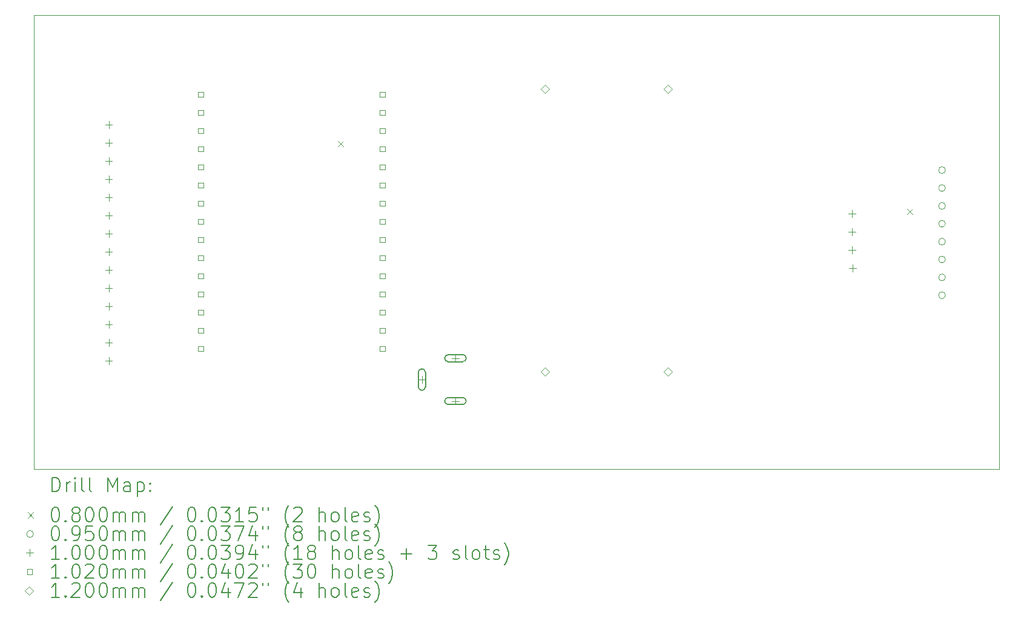
<source format=gbr>
%TF.GenerationSoftware,KiCad,Pcbnew,7.0.5*%
%TF.CreationDate,2024-01-22T16:17:07+01:00*%
%TF.ProjectId,Panel_Luminoso_V2,50616e65-6c5f-44c7-956d-696e6f736f5f,rev?*%
%TF.SameCoordinates,Original*%
%TF.FileFunction,Drillmap*%
%TF.FilePolarity,Positive*%
%FSLAX45Y45*%
G04 Gerber Fmt 4.5, Leading zero omitted, Abs format (unit mm)*
G04 Created by KiCad (PCBNEW 7.0.5) date 2024-01-22 16:17:07*
%MOMM*%
%LPD*%
G01*
G04 APERTURE LIST*
%ADD10C,0.100000*%
%ADD11C,0.200000*%
%ADD12C,0.080000*%
%ADD13C,0.095000*%
%ADD14C,0.102000*%
%ADD15C,0.120000*%
G04 APERTURE END LIST*
D10*
X8401400Y-6740000D02*
X21899400Y-6740000D01*
X21899400Y-13090000D01*
X8401400Y-13090000D01*
X8401400Y-6740000D01*
D11*
D12*
X12650000Y-8500000D02*
X12730000Y-8580000D01*
X12730000Y-8500000D02*
X12650000Y-8580000D01*
X20610000Y-9450000D02*
X20690000Y-9530000D01*
X20690000Y-9450000D02*
X20610000Y-9530000D01*
D13*
X21147500Y-8910000D02*
G75*
G03*
X21147500Y-8910000I-47500J0D01*
G01*
X21147500Y-9160000D02*
G75*
G03*
X21147500Y-9160000I-47500J0D01*
G01*
X21147500Y-9410000D02*
G75*
G03*
X21147500Y-9410000I-47500J0D01*
G01*
X21147500Y-9660000D02*
G75*
G03*
X21147500Y-9660000I-47500J0D01*
G01*
X21147500Y-9910000D02*
G75*
G03*
X21147500Y-9910000I-47500J0D01*
G01*
X21147500Y-10160000D02*
G75*
G03*
X21147500Y-10160000I-47500J0D01*
G01*
X21147500Y-10410000D02*
G75*
G03*
X21147500Y-10410000I-47500J0D01*
G01*
X21147500Y-10660000D02*
G75*
G03*
X21147500Y-10660000I-47500J0D01*
G01*
D10*
X9449400Y-8221300D02*
X9449400Y-8321300D01*
X9399400Y-8271300D02*
X9499400Y-8271300D01*
X9449400Y-8475800D02*
X9449400Y-8575800D01*
X9399400Y-8525800D02*
X9499400Y-8525800D01*
X9449400Y-8729800D02*
X9449400Y-8829800D01*
X9399400Y-8779800D02*
X9499400Y-8779800D01*
X9449400Y-8983800D02*
X9449400Y-9083800D01*
X9399400Y-9033800D02*
X9499400Y-9033800D01*
X9449400Y-9237800D02*
X9449400Y-9337800D01*
X9399400Y-9287800D02*
X9499400Y-9287800D01*
X9449400Y-9491800D02*
X9449400Y-9591800D01*
X9399400Y-9541800D02*
X9499400Y-9541800D01*
X9449400Y-9745800D02*
X9449400Y-9845800D01*
X9399400Y-9795800D02*
X9499400Y-9795800D01*
X9449400Y-9999800D02*
X9449400Y-10099800D01*
X9399400Y-10049800D02*
X9499400Y-10049800D01*
X9449400Y-10253800D02*
X9449400Y-10353800D01*
X9399400Y-10303800D02*
X9499400Y-10303800D01*
X9449400Y-10507800D02*
X9449400Y-10607800D01*
X9399400Y-10557800D02*
X9499400Y-10557800D01*
X9449400Y-10761800D02*
X9449400Y-10861800D01*
X9399400Y-10811800D02*
X9499400Y-10811800D01*
X9449400Y-11015800D02*
X9449400Y-11115800D01*
X9399400Y-11065800D02*
X9499400Y-11065800D01*
X9449400Y-11269800D02*
X9449400Y-11369800D01*
X9399400Y-11319800D02*
X9499400Y-11319800D01*
X9449400Y-11523800D02*
X9449400Y-11623800D01*
X9399400Y-11573800D02*
X9499400Y-11573800D01*
X13827400Y-11789800D02*
X13827400Y-11889800D01*
X13777400Y-11839800D02*
X13877400Y-11839800D01*
D11*
X13877400Y-11939800D02*
X13877400Y-11739800D01*
X13877400Y-11739800D02*
G75*
G03*
X13777400Y-11739800I-50000J0D01*
G01*
X13777400Y-11739800D02*
X13777400Y-11939800D01*
X13777400Y-11939800D02*
G75*
G03*
X13877400Y-11939800I50000J0D01*
G01*
D10*
X14297400Y-11489800D02*
X14297400Y-11589800D01*
X14247400Y-11539800D02*
X14347400Y-11539800D01*
D11*
X14197400Y-11589800D02*
X14397400Y-11589800D01*
X14397400Y-11589800D02*
G75*
G03*
X14397400Y-11489800I0J50000D01*
G01*
X14397400Y-11489800D02*
X14197400Y-11489800D01*
X14197400Y-11489800D02*
G75*
G03*
X14197400Y-11589800I0J-50000D01*
G01*
D10*
X14297400Y-12089800D02*
X14297400Y-12189800D01*
X14247400Y-12139800D02*
X14347400Y-12139800D01*
D11*
X14197400Y-12189800D02*
X14397400Y-12189800D01*
X14397400Y-12189800D02*
G75*
G03*
X14397400Y-12089800I0J50000D01*
G01*
X14397400Y-12089800D02*
X14197400Y-12089800D01*
X14197400Y-12089800D02*
G75*
G03*
X14197400Y-12189800I0J-50000D01*
G01*
D10*
X19845400Y-9471800D02*
X19845400Y-9571800D01*
X19795400Y-9521800D02*
X19895400Y-9521800D01*
X19845400Y-9725800D02*
X19845400Y-9825800D01*
X19795400Y-9775800D02*
X19895400Y-9775800D01*
X19845400Y-9979800D02*
X19845400Y-10079800D01*
X19795400Y-10029800D02*
X19895400Y-10029800D01*
X19847400Y-10231800D02*
X19847400Y-10331800D01*
X19797400Y-10281800D02*
X19897400Y-10281800D01*
D14*
X10773463Y-7885863D02*
X10773463Y-7813737D01*
X10701337Y-7813737D01*
X10701337Y-7885863D01*
X10773463Y-7885863D01*
X10773463Y-8139863D02*
X10773463Y-8067737D01*
X10701337Y-8067737D01*
X10701337Y-8139863D01*
X10773463Y-8139863D01*
X10773463Y-8393863D02*
X10773463Y-8321737D01*
X10701337Y-8321737D01*
X10701337Y-8393863D01*
X10773463Y-8393863D01*
X10773463Y-8647863D02*
X10773463Y-8575737D01*
X10701337Y-8575737D01*
X10701337Y-8647863D01*
X10773463Y-8647863D01*
X10773463Y-8901863D02*
X10773463Y-8829737D01*
X10701337Y-8829737D01*
X10701337Y-8901863D01*
X10773463Y-8901863D01*
X10773463Y-9155863D02*
X10773463Y-9083737D01*
X10701337Y-9083737D01*
X10701337Y-9155863D01*
X10773463Y-9155863D01*
X10773463Y-9409863D02*
X10773463Y-9337737D01*
X10701337Y-9337737D01*
X10701337Y-9409863D01*
X10773463Y-9409863D01*
X10773463Y-9663863D02*
X10773463Y-9591737D01*
X10701337Y-9591737D01*
X10701337Y-9663863D01*
X10773463Y-9663863D01*
X10773463Y-9917863D02*
X10773463Y-9845737D01*
X10701337Y-9845737D01*
X10701337Y-9917863D01*
X10773463Y-9917863D01*
X10773463Y-10171863D02*
X10773463Y-10099737D01*
X10701337Y-10099737D01*
X10701337Y-10171863D01*
X10773463Y-10171863D01*
X10773463Y-10425863D02*
X10773463Y-10353737D01*
X10701337Y-10353737D01*
X10701337Y-10425863D01*
X10773463Y-10425863D01*
X10773463Y-10679863D02*
X10773463Y-10607737D01*
X10701337Y-10607737D01*
X10701337Y-10679863D01*
X10773463Y-10679863D01*
X10773463Y-10933863D02*
X10773463Y-10861737D01*
X10701337Y-10861737D01*
X10701337Y-10933863D01*
X10773463Y-10933863D01*
X10773463Y-11187863D02*
X10773463Y-11115737D01*
X10701337Y-11115737D01*
X10701337Y-11187863D01*
X10773463Y-11187863D01*
X10773463Y-11441863D02*
X10773463Y-11369737D01*
X10701337Y-11369737D01*
X10701337Y-11441863D01*
X10773463Y-11441863D01*
X13313463Y-7885863D02*
X13313463Y-7813737D01*
X13241337Y-7813737D01*
X13241337Y-7885863D01*
X13313463Y-7885863D01*
X13313463Y-8139863D02*
X13313463Y-8067737D01*
X13241337Y-8067737D01*
X13241337Y-8139863D01*
X13313463Y-8139863D01*
X13313463Y-8393863D02*
X13313463Y-8321737D01*
X13241337Y-8321737D01*
X13241337Y-8393863D01*
X13313463Y-8393863D01*
X13313463Y-8647863D02*
X13313463Y-8575737D01*
X13241337Y-8575737D01*
X13241337Y-8647863D01*
X13313463Y-8647863D01*
X13313463Y-8901863D02*
X13313463Y-8829737D01*
X13241337Y-8829737D01*
X13241337Y-8901863D01*
X13313463Y-8901863D01*
X13313463Y-9155863D02*
X13313463Y-9083737D01*
X13241337Y-9083737D01*
X13241337Y-9155863D01*
X13313463Y-9155863D01*
X13313463Y-9409863D02*
X13313463Y-9337737D01*
X13241337Y-9337737D01*
X13241337Y-9409863D01*
X13313463Y-9409863D01*
X13313463Y-9663863D02*
X13313463Y-9591737D01*
X13241337Y-9591737D01*
X13241337Y-9663863D01*
X13313463Y-9663863D01*
X13313463Y-9917863D02*
X13313463Y-9845737D01*
X13241337Y-9845737D01*
X13241337Y-9917863D01*
X13313463Y-9917863D01*
X13313463Y-10171863D02*
X13313463Y-10099737D01*
X13241337Y-10099737D01*
X13241337Y-10171863D01*
X13313463Y-10171863D01*
X13313463Y-10425863D02*
X13313463Y-10353737D01*
X13241337Y-10353737D01*
X13241337Y-10425863D01*
X13313463Y-10425863D01*
X13313463Y-10679863D02*
X13313463Y-10607737D01*
X13241337Y-10607737D01*
X13241337Y-10679863D01*
X13313463Y-10679863D01*
X13313463Y-10933863D02*
X13313463Y-10861737D01*
X13241337Y-10861737D01*
X13241337Y-10933863D01*
X13313463Y-10933863D01*
X13313463Y-11187863D02*
X13313463Y-11115737D01*
X13241337Y-11115737D01*
X13241337Y-11187863D01*
X13313463Y-11187863D01*
X13313463Y-11441863D02*
X13313463Y-11369737D01*
X13241337Y-11369737D01*
X13241337Y-11441863D01*
X13313463Y-11441863D01*
D15*
X15552750Y-7836350D02*
X15612750Y-7776350D01*
X15552750Y-7716350D01*
X15492750Y-7776350D01*
X15552750Y-7836350D01*
X15552750Y-11786050D02*
X15612750Y-11726050D01*
X15552750Y-11666050D01*
X15492750Y-11726050D01*
X15552750Y-11786050D01*
X17267250Y-7836350D02*
X17327250Y-7776350D01*
X17267250Y-7716350D01*
X17207250Y-7776350D01*
X17267250Y-7836350D01*
X17267250Y-11786050D02*
X17327250Y-11726050D01*
X17267250Y-11666050D01*
X17207250Y-11726050D01*
X17267250Y-11786050D01*
D11*
X8657177Y-13406484D02*
X8657177Y-13206484D01*
X8657177Y-13206484D02*
X8704796Y-13206484D01*
X8704796Y-13206484D02*
X8733367Y-13216008D01*
X8733367Y-13216008D02*
X8752415Y-13235055D01*
X8752415Y-13235055D02*
X8761939Y-13254103D01*
X8761939Y-13254103D02*
X8771463Y-13292198D01*
X8771463Y-13292198D02*
X8771463Y-13320769D01*
X8771463Y-13320769D02*
X8761939Y-13358865D01*
X8761939Y-13358865D02*
X8752415Y-13377912D01*
X8752415Y-13377912D02*
X8733367Y-13396960D01*
X8733367Y-13396960D02*
X8704796Y-13406484D01*
X8704796Y-13406484D02*
X8657177Y-13406484D01*
X8857177Y-13406484D02*
X8857177Y-13273150D01*
X8857177Y-13311246D02*
X8866701Y-13292198D01*
X8866701Y-13292198D02*
X8876224Y-13282674D01*
X8876224Y-13282674D02*
X8895272Y-13273150D01*
X8895272Y-13273150D02*
X8914320Y-13273150D01*
X8980986Y-13406484D02*
X8980986Y-13273150D01*
X8980986Y-13206484D02*
X8971463Y-13216008D01*
X8971463Y-13216008D02*
X8980986Y-13225531D01*
X8980986Y-13225531D02*
X8990510Y-13216008D01*
X8990510Y-13216008D02*
X8980986Y-13206484D01*
X8980986Y-13206484D02*
X8980986Y-13225531D01*
X9104796Y-13406484D02*
X9085748Y-13396960D01*
X9085748Y-13396960D02*
X9076224Y-13377912D01*
X9076224Y-13377912D02*
X9076224Y-13206484D01*
X9209558Y-13406484D02*
X9190510Y-13396960D01*
X9190510Y-13396960D02*
X9180986Y-13377912D01*
X9180986Y-13377912D02*
X9180986Y-13206484D01*
X9438129Y-13406484D02*
X9438129Y-13206484D01*
X9438129Y-13206484D02*
X9504796Y-13349341D01*
X9504796Y-13349341D02*
X9571463Y-13206484D01*
X9571463Y-13206484D02*
X9571463Y-13406484D01*
X9752415Y-13406484D02*
X9752415Y-13301722D01*
X9752415Y-13301722D02*
X9742891Y-13282674D01*
X9742891Y-13282674D02*
X9723844Y-13273150D01*
X9723844Y-13273150D02*
X9685748Y-13273150D01*
X9685748Y-13273150D02*
X9666701Y-13282674D01*
X9752415Y-13396960D02*
X9733367Y-13406484D01*
X9733367Y-13406484D02*
X9685748Y-13406484D01*
X9685748Y-13406484D02*
X9666701Y-13396960D01*
X9666701Y-13396960D02*
X9657177Y-13377912D01*
X9657177Y-13377912D02*
X9657177Y-13358865D01*
X9657177Y-13358865D02*
X9666701Y-13339817D01*
X9666701Y-13339817D02*
X9685748Y-13330293D01*
X9685748Y-13330293D02*
X9733367Y-13330293D01*
X9733367Y-13330293D02*
X9752415Y-13320769D01*
X9847653Y-13273150D02*
X9847653Y-13473150D01*
X9847653Y-13282674D02*
X9866701Y-13273150D01*
X9866701Y-13273150D02*
X9904796Y-13273150D01*
X9904796Y-13273150D02*
X9923844Y-13282674D01*
X9923844Y-13282674D02*
X9933367Y-13292198D01*
X9933367Y-13292198D02*
X9942891Y-13311246D01*
X9942891Y-13311246D02*
X9942891Y-13368388D01*
X9942891Y-13368388D02*
X9933367Y-13387436D01*
X9933367Y-13387436D02*
X9923844Y-13396960D01*
X9923844Y-13396960D02*
X9904796Y-13406484D01*
X9904796Y-13406484D02*
X9866701Y-13406484D01*
X9866701Y-13406484D02*
X9847653Y-13396960D01*
X10028605Y-13387436D02*
X10038129Y-13396960D01*
X10038129Y-13396960D02*
X10028605Y-13406484D01*
X10028605Y-13406484D02*
X10019082Y-13396960D01*
X10019082Y-13396960D02*
X10028605Y-13387436D01*
X10028605Y-13387436D02*
X10028605Y-13406484D01*
X10028605Y-13282674D02*
X10038129Y-13292198D01*
X10038129Y-13292198D02*
X10028605Y-13301722D01*
X10028605Y-13301722D02*
X10019082Y-13292198D01*
X10019082Y-13292198D02*
X10028605Y-13282674D01*
X10028605Y-13282674D02*
X10028605Y-13301722D01*
D12*
X8316400Y-13695000D02*
X8396400Y-13775000D01*
X8396400Y-13695000D02*
X8316400Y-13775000D01*
D11*
X8695272Y-13626484D02*
X8714320Y-13626484D01*
X8714320Y-13626484D02*
X8733367Y-13636008D01*
X8733367Y-13636008D02*
X8742891Y-13645531D01*
X8742891Y-13645531D02*
X8752415Y-13664579D01*
X8752415Y-13664579D02*
X8761939Y-13702674D01*
X8761939Y-13702674D02*
X8761939Y-13750293D01*
X8761939Y-13750293D02*
X8752415Y-13788388D01*
X8752415Y-13788388D02*
X8742891Y-13807436D01*
X8742891Y-13807436D02*
X8733367Y-13816960D01*
X8733367Y-13816960D02*
X8714320Y-13826484D01*
X8714320Y-13826484D02*
X8695272Y-13826484D01*
X8695272Y-13826484D02*
X8676224Y-13816960D01*
X8676224Y-13816960D02*
X8666701Y-13807436D01*
X8666701Y-13807436D02*
X8657177Y-13788388D01*
X8657177Y-13788388D02*
X8647653Y-13750293D01*
X8647653Y-13750293D02*
X8647653Y-13702674D01*
X8647653Y-13702674D02*
X8657177Y-13664579D01*
X8657177Y-13664579D02*
X8666701Y-13645531D01*
X8666701Y-13645531D02*
X8676224Y-13636008D01*
X8676224Y-13636008D02*
X8695272Y-13626484D01*
X8847653Y-13807436D02*
X8857177Y-13816960D01*
X8857177Y-13816960D02*
X8847653Y-13826484D01*
X8847653Y-13826484D02*
X8838129Y-13816960D01*
X8838129Y-13816960D02*
X8847653Y-13807436D01*
X8847653Y-13807436D02*
X8847653Y-13826484D01*
X8971463Y-13712198D02*
X8952415Y-13702674D01*
X8952415Y-13702674D02*
X8942891Y-13693150D01*
X8942891Y-13693150D02*
X8933367Y-13674103D01*
X8933367Y-13674103D02*
X8933367Y-13664579D01*
X8933367Y-13664579D02*
X8942891Y-13645531D01*
X8942891Y-13645531D02*
X8952415Y-13636008D01*
X8952415Y-13636008D02*
X8971463Y-13626484D01*
X8971463Y-13626484D02*
X9009558Y-13626484D01*
X9009558Y-13626484D02*
X9028605Y-13636008D01*
X9028605Y-13636008D02*
X9038129Y-13645531D01*
X9038129Y-13645531D02*
X9047653Y-13664579D01*
X9047653Y-13664579D02*
X9047653Y-13674103D01*
X9047653Y-13674103D02*
X9038129Y-13693150D01*
X9038129Y-13693150D02*
X9028605Y-13702674D01*
X9028605Y-13702674D02*
X9009558Y-13712198D01*
X9009558Y-13712198D02*
X8971463Y-13712198D01*
X8971463Y-13712198D02*
X8952415Y-13721722D01*
X8952415Y-13721722D02*
X8942891Y-13731246D01*
X8942891Y-13731246D02*
X8933367Y-13750293D01*
X8933367Y-13750293D02*
X8933367Y-13788388D01*
X8933367Y-13788388D02*
X8942891Y-13807436D01*
X8942891Y-13807436D02*
X8952415Y-13816960D01*
X8952415Y-13816960D02*
X8971463Y-13826484D01*
X8971463Y-13826484D02*
X9009558Y-13826484D01*
X9009558Y-13826484D02*
X9028605Y-13816960D01*
X9028605Y-13816960D02*
X9038129Y-13807436D01*
X9038129Y-13807436D02*
X9047653Y-13788388D01*
X9047653Y-13788388D02*
X9047653Y-13750293D01*
X9047653Y-13750293D02*
X9038129Y-13731246D01*
X9038129Y-13731246D02*
X9028605Y-13721722D01*
X9028605Y-13721722D02*
X9009558Y-13712198D01*
X9171463Y-13626484D02*
X9190510Y-13626484D01*
X9190510Y-13626484D02*
X9209558Y-13636008D01*
X9209558Y-13636008D02*
X9219082Y-13645531D01*
X9219082Y-13645531D02*
X9228605Y-13664579D01*
X9228605Y-13664579D02*
X9238129Y-13702674D01*
X9238129Y-13702674D02*
X9238129Y-13750293D01*
X9238129Y-13750293D02*
X9228605Y-13788388D01*
X9228605Y-13788388D02*
X9219082Y-13807436D01*
X9219082Y-13807436D02*
X9209558Y-13816960D01*
X9209558Y-13816960D02*
X9190510Y-13826484D01*
X9190510Y-13826484D02*
X9171463Y-13826484D01*
X9171463Y-13826484D02*
X9152415Y-13816960D01*
X9152415Y-13816960D02*
X9142891Y-13807436D01*
X9142891Y-13807436D02*
X9133367Y-13788388D01*
X9133367Y-13788388D02*
X9123844Y-13750293D01*
X9123844Y-13750293D02*
X9123844Y-13702674D01*
X9123844Y-13702674D02*
X9133367Y-13664579D01*
X9133367Y-13664579D02*
X9142891Y-13645531D01*
X9142891Y-13645531D02*
X9152415Y-13636008D01*
X9152415Y-13636008D02*
X9171463Y-13626484D01*
X9361939Y-13626484D02*
X9380986Y-13626484D01*
X9380986Y-13626484D02*
X9400034Y-13636008D01*
X9400034Y-13636008D02*
X9409558Y-13645531D01*
X9409558Y-13645531D02*
X9419082Y-13664579D01*
X9419082Y-13664579D02*
X9428605Y-13702674D01*
X9428605Y-13702674D02*
X9428605Y-13750293D01*
X9428605Y-13750293D02*
X9419082Y-13788388D01*
X9419082Y-13788388D02*
X9409558Y-13807436D01*
X9409558Y-13807436D02*
X9400034Y-13816960D01*
X9400034Y-13816960D02*
X9380986Y-13826484D01*
X9380986Y-13826484D02*
X9361939Y-13826484D01*
X9361939Y-13826484D02*
X9342891Y-13816960D01*
X9342891Y-13816960D02*
X9333367Y-13807436D01*
X9333367Y-13807436D02*
X9323844Y-13788388D01*
X9323844Y-13788388D02*
X9314320Y-13750293D01*
X9314320Y-13750293D02*
X9314320Y-13702674D01*
X9314320Y-13702674D02*
X9323844Y-13664579D01*
X9323844Y-13664579D02*
X9333367Y-13645531D01*
X9333367Y-13645531D02*
X9342891Y-13636008D01*
X9342891Y-13636008D02*
X9361939Y-13626484D01*
X9514320Y-13826484D02*
X9514320Y-13693150D01*
X9514320Y-13712198D02*
X9523844Y-13702674D01*
X9523844Y-13702674D02*
X9542891Y-13693150D01*
X9542891Y-13693150D02*
X9571463Y-13693150D01*
X9571463Y-13693150D02*
X9590510Y-13702674D01*
X9590510Y-13702674D02*
X9600034Y-13721722D01*
X9600034Y-13721722D02*
X9600034Y-13826484D01*
X9600034Y-13721722D02*
X9609558Y-13702674D01*
X9609558Y-13702674D02*
X9628605Y-13693150D01*
X9628605Y-13693150D02*
X9657177Y-13693150D01*
X9657177Y-13693150D02*
X9676225Y-13702674D01*
X9676225Y-13702674D02*
X9685748Y-13721722D01*
X9685748Y-13721722D02*
X9685748Y-13826484D01*
X9780986Y-13826484D02*
X9780986Y-13693150D01*
X9780986Y-13712198D02*
X9790510Y-13702674D01*
X9790510Y-13702674D02*
X9809558Y-13693150D01*
X9809558Y-13693150D02*
X9838129Y-13693150D01*
X9838129Y-13693150D02*
X9857177Y-13702674D01*
X9857177Y-13702674D02*
X9866701Y-13721722D01*
X9866701Y-13721722D02*
X9866701Y-13826484D01*
X9866701Y-13721722D02*
X9876225Y-13702674D01*
X9876225Y-13702674D02*
X9895272Y-13693150D01*
X9895272Y-13693150D02*
X9923844Y-13693150D01*
X9923844Y-13693150D02*
X9942891Y-13702674D01*
X9942891Y-13702674D02*
X9952415Y-13721722D01*
X9952415Y-13721722D02*
X9952415Y-13826484D01*
X10342891Y-13616960D02*
X10171463Y-13874103D01*
X10600034Y-13626484D02*
X10619082Y-13626484D01*
X10619082Y-13626484D02*
X10638129Y-13636008D01*
X10638129Y-13636008D02*
X10647653Y-13645531D01*
X10647653Y-13645531D02*
X10657177Y-13664579D01*
X10657177Y-13664579D02*
X10666701Y-13702674D01*
X10666701Y-13702674D02*
X10666701Y-13750293D01*
X10666701Y-13750293D02*
X10657177Y-13788388D01*
X10657177Y-13788388D02*
X10647653Y-13807436D01*
X10647653Y-13807436D02*
X10638129Y-13816960D01*
X10638129Y-13816960D02*
X10619082Y-13826484D01*
X10619082Y-13826484D02*
X10600034Y-13826484D01*
X10600034Y-13826484D02*
X10580987Y-13816960D01*
X10580987Y-13816960D02*
X10571463Y-13807436D01*
X10571463Y-13807436D02*
X10561939Y-13788388D01*
X10561939Y-13788388D02*
X10552415Y-13750293D01*
X10552415Y-13750293D02*
X10552415Y-13702674D01*
X10552415Y-13702674D02*
X10561939Y-13664579D01*
X10561939Y-13664579D02*
X10571463Y-13645531D01*
X10571463Y-13645531D02*
X10580987Y-13636008D01*
X10580987Y-13636008D02*
X10600034Y-13626484D01*
X10752415Y-13807436D02*
X10761939Y-13816960D01*
X10761939Y-13816960D02*
X10752415Y-13826484D01*
X10752415Y-13826484D02*
X10742891Y-13816960D01*
X10742891Y-13816960D02*
X10752415Y-13807436D01*
X10752415Y-13807436D02*
X10752415Y-13826484D01*
X10885748Y-13626484D02*
X10904796Y-13626484D01*
X10904796Y-13626484D02*
X10923844Y-13636008D01*
X10923844Y-13636008D02*
X10933368Y-13645531D01*
X10933368Y-13645531D02*
X10942891Y-13664579D01*
X10942891Y-13664579D02*
X10952415Y-13702674D01*
X10952415Y-13702674D02*
X10952415Y-13750293D01*
X10952415Y-13750293D02*
X10942891Y-13788388D01*
X10942891Y-13788388D02*
X10933368Y-13807436D01*
X10933368Y-13807436D02*
X10923844Y-13816960D01*
X10923844Y-13816960D02*
X10904796Y-13826484D01*
X10904796Y-13826484D02*
X10885748Y-13826484D01*
X10885748Y-13826484D02*
X10866701Y-13816960D01*
X10866701Y-13816960D02*
X10857177Y-13807436D01*
X10857177Y-13807436D02*
X10847653Y-13788388D01*
X10847653Y-13788388D02*
X10838129Y-13750293D01*
X10838129Y-13750293D02*
X10838129Y-13702674D01*
X10838129Y-13702674D02*
X10847653Y-13664579D01*
X10847653Y-13664579D02*
X10857177Y-13645531D01*
X10857177Y-13645531D02*
X10866701Y-13636008D01*
X10866701Y-13636008D02*
X10885748Y-13626484D01*
X11019082Y-13626484D02*
X11142891Y-13626484D01*
X11142891Y-13626484D02*
X11076225Y-13702674D01*
X11076225Y-13702674D02*
X11104796Y-13702674D01*
X11104796Y-13702674D02*
X11123844Y-13712198D01*
X11123844Y-13712198D02*
X11133368Y-13721722D01*
X11133368Y-13721722D02*
X11142891Y-13740769D01*
X11142891Y-13740769D02*
X11142891Y-13788388D01*
X11142891Y-13788388D02*
X11133368Y-13807436D01*
X11133368Y-13807436D02*
X11123844Y-13816960D01*
X11123844Y-13816960D02*
X11104796Y-13826484D01*
X11104796Y-13826484D02*
X11047653Y-13826484D01*
X11047653Y-13826484D02*
X11028606Y-13816960D01*
X11028606Y-13816960D02*
X11019082Y-13807436D01*
X11333367Y-13826484D02*
X11219082Y-13826484D01*
X11276225Y-13826484D02*
X11276225Y-13626484D01*
X11276225Y-13626484D02*
X11257177Y-13655055D01*
X11257177Y-13655055D02*
X11238129Y-13674103D01*
X11238129Y-13674103D02*
X11219082Y-13683627D01*
X11514320Y-13626484D02*
X11419082Y-13626484D01*
X11419082Y-13626484D02*
X11409558Y-13721722D01*
X11409558Y-13721722D02*
X11419082Y-13712198D01*
X11419082Y-13712198D02*
X11438129Y-13702674D01*
X11438129Y-13702674D02*
X11485748Y-13702674D01*
X11485748Y-13702674D02*
X11504796Y-13712198D01*
X11504796Y-13712198D02*
X11514320Y-13721722D01*
X11514320Y-13721722D02*
X11523844Y-13740769D01*
X11523844Y-13740769D02*
X11523844Y-13788388D01*
X11523844Y-13788388D02*
X11514320Y-13807436D01*
X11514320Y-13807436D02*
X11504796Y-13816960D01*
X11504796Y-13816960D02*
X11485748Y-13826484D01*
X11485748Y-13826484D02*
X11438129Y-13826484D01*
X11438129Y-13826484D02*
X11419082Y-13816960D01*
X11419082Y-13816960D02*
X11409558Y-13807436D01*
X11600034Y-13626484D02*
X11600034Y-13664579D01*
X11676225Y-13626484D02*
X11676225Y-13664579D01*
X11971463Y-13902674D02*
X11961939Y-13893150D01*
X11961939Y-13893150D02*
X11942891Y-13864579D01*
X11942891Y-13864579D02*
X11933368Y-13845531D01*
X11933368Y-13845531D02*
X11923844Y-13816960D01*
X11923844Y-13816960D02*
X11914320Y-13769341D01*
X11914320Y-13769341D02*
X11914320Y-13731246D01*
X11914320Y-13731246D02*
X11923844Y-13683627D01*
X11923844Y-13683627D02*
X11933368Y-13655055D01*
X11933368Y-13655055D02*
X11942891Y-13636008D01*
X11942891Y-13636008D02*
X11961939Y-13607436D01*
X11961939Y-13607436D02*
X11971463Y-13597912D01*
X12038129Y-13645531D02*
X12047653Y-13636008D01*
X12047653Y-13636008D02*
X12066701Y-13626484D01*
X12066701Y-13626484D02*
X12114320Y-13626484D01*
X12114320Y-13626484D02*
X12133368Y-13636008D01*
X12133368Y-13636008D02*
X12142891Y-13645531D01*
X12142891Y-13645531D02*
X12152415Y-13664579D01*
X12152415Y-13664579D02*
X12152415Y-13683627D01*
X12152415Y-13683627D02*
X12142891Y-13712198D01*
X12142891Y-13712198D02*
X12028606Y-13826484D01*
X12028606Y-13826484D02*
X12152415Y-13826484D01*
X12390510Y-13826484D02*
X12390510Y-13626484D01*
X12476225Y-13826484D02*
X12476225Y-13721722D01*
X12476225Y-13721722D02*
X12466701Y-13702674D01*
X12466701Y-13702674D02*
X12447653Y-13693150D01*
X12447653Y-13693150D02*
X12419082Y-13693150D01*
X12419082Y-13693150D02*
X12400034Y-13702674D01*
X12400034Y-13702674D02*
X12390510Y-13712198D01*
X12600034Y-13826484D02*
X12580987Y-13816960D01*
X12580987Y-13816960D02*
X12571463Y-13807436D01*
X12571463Y-13807436D02*
X12561939Y-13788388D01*
X12561939Y-13788388D02*
X12561939Y-13731246D01*
X12561939Y-13731246D02*
X12571463Y-13712198D01*
X12571463Y-13712198D02*
X12580987Y-13702674D01*
X12580987Y-13702674D02*
X12600034Y-13693150D01*
X12600034Y-13693150D02*
X12628606Y-13693150D01*
X12628606Y-13693150D02*
X12647653Y-13702674D01*
X12647653Y-13702674D02*
X12657177Y-13712198D01*
X12657177Y-13712198D02*
X12666701Y-13731246D01*
X12666701Y-13731246D02*
X12666701Y-13788388D01*
X12666701Y-13788388D02*
X12657177Y-13807436D01*
X12657177Y-13807436D02*
X12647653Y-13816960D01*
X12647653Y-13816960D02*
X12628606Y-13826484D01*
X12628606Y-13826484D02*
X12600034Y-13826484D01*
X12780987Y-13826484D02*
X12761939Y-13816960D01*
X12761939Y-13816960D02*
X12752415Y-13797912D01*
X12752415Y-13797912D02*
X12752415Y-13626484D01*
X12933368Y-13816960D02*
X12914320Y-13826484D01*
X12914320Y-13826484D02*
X12876225Y-13826484D01*
X12876225Y-13826484D02*
X12857177Y-13816960D01*
X12857177Y-13816960D02*
X12847653Y-13797912D01*
X12847653Y-13797912D02*
X12847653Y-13721722D01*
X12847653Y-13721722D02*
X12857177Y-13702674D01*
X12857177Y-13702674D02*
X12876225Y-13693150D01*
X12876225Y-13693150D02*
X12914320Y-13693150D01*
X12914320Y-13693150D02*
X12933368Y-13702674D01*
X12933368Y-13702674D02*
X12942891Y-13721722D01*
X12942891Y-13721722D02*
X12942891Y-13740769D01*
X12942891Y-13740769D02*
X12847653Y-13759817D01*
X13019082Y-13816960D02*
X13038130Y-13826484D01*
X13038130Y-13826484D02*
X13076225Y-13826484D01*
X13076225Y-13826484D02*
X13095272Y-13816960D01*
X13095272Y-13816960D02*
X13104796Y-13797912D01*
X13104796Y-13797912D02*
X13104796Y-13788388D01*
X13104796Y-13788388D02*
X13095272Y-13769341D01*
X13095272Y-13769341D02*
X13076225Y-13759817D01*
X13076225Y-13759817D02*
X13047653Y-13759817D01*
X13047653Y-13759817D02*
X13028606Y-13750293D01*
X13028606Y-13750293D02*
X13019082Y-13731246D01*
X13019082Y-13731246D02*
X13019082Y-13721722D01*
X13019082Y-13721722D02*
X13028606Y-13702674D01*
X13028606Y-13702674D02*
X13047653Y-13693150D01*
X13047653Y-13693150D02*
X13076225Y-13693150D01*
X13076225Y-13693150D02*
X13095272Y-13702674D01*
X13171463Y-13902674D02*
X13180987Y-13893150D01*
X13180987Y-13893150D02*
X13200034Y-13864579D01*
X13200034Y-13864579D02*
X13209558Y-13845531D01*
X13209558Y-13845531D02*
X13219082Y-13816960D01*
X13219082Y-13816960D02*
X13228606Y-13769341D01*
X13228606Y-13769341D02*
X13228606Y-13731246D01*
X13228606Y-13731246D02*
X13219082Y-13683627D01*
X13219082Y-13683627D02*
X13209558Y-13655055D01*
X13209558Y-13655055D02*
X13200034Y-13636008D01*
X13200034Y-13636008D02*
X13180987Y-13607436D01*
X13180987Y-13607436D02*
X13171463Y-13597912D01*
D13*
X8396400Y-13999000D02*
G75*
G03*
X8396400Y-13999000I-47500J0D01*
G01*
D11*
X8695272Y-13890484D02*
X8714320Y-13890484D01*
X8714320Y-13890484D02*
X8733367Y-13900008D01*
X8733367Y-13900008D02*
X8742891Y-13909531D01*
X8742891Y-13909531D02*
X8752415Y-13928579D01*
X8752415Y-13928579D02*
X8761939Y-13966674D01*
X8761939Y-13966674D02*
X8761939Y-14014293D01*
X8761939Y-14014293D02*
X8752415Y-14052388D01*
X8752415Y-14052388D02*
X8742891Y-14071436D01*
X8742891Y-14071436D02*
X8733367Y-14080960D01*
X8733367Y-14080960D02*
X8714320Y-14090484D01*
X8714320Y-14090484D02*
X8695272Y-14090484D01*
X8695272Y-14090484D02*
X8676224Y-14080960D01*
X8676224Y-14080960D02*
X8666701Y-14071436D01*
X8666701Y-14071436D02*
X8657177Y-14052388D01*
X8657177Y-14052388D02*
X8647653Y-14014293D01*
X8647653Y-14014293D02*
X8647653Y-13966674D01*
X8647653Y-13966674D02*
X8657177Y-13928579D01*
X8657177Y-13928579D02*
X8666701Y-13909531D01*
X8666701Y-13909531D02*
X8676224Y-13900008D01*
X8676224Y-13900008D02*
X8695272Y-13890484D01*
X8847653Y-14071436D02*
X8857177Y-14080960D01*
X8857177Y-14080960D02*
X8847653Y-14090484D01*
X8847653Y-14090484D02*
X8838129Y-14080960D01*
X8838129Y-14080960D02*
X8847653Y-14071436D01*
X8847653Y-14071436D02*
X8847653Y-14090484D01*
X8952415Y-14090484D02*
X8990510Y-14090484D01*
X8990510Y-14090484D02*
X9009558Y-14080960D01*
X9009558Y-14080960D02*
X9019082Y-14071436D01*
X9019082Y-14071436D02*
X9038129Y-14042865D01*
X9038129Y-14042865D02*
X9047653Y-14004769D01*
X9047653Y-14004769D02*
X9047653Y-13928579D01*
X9047653Y-13928579D02*
X9038129Y-13909531D01*
X9038129Y-13909531D02*
X9028605Y-13900008D01*
X9028605Y-13900008D02*
X9009558Y-13890484D01*
X9009558Y-13890484D02*
X8971463Y-13890484D01*
X8971463Y-13890484D02*
X8952415Y-13900008D01*
X8952415Y-13900008D02*
X8942891Y-13909531D01*
X8942891Y-13909531D02*
X8933367Y-13928579D01*
X8933367Y-13928579D02*
X8933367Y-13976198D01*
X8933367Y-13976198D02*
X8942891Y-13995246D01*
X8942891Y-13995246D02*
X8952415Y-14004769D01*
X8952415Y-14004769D02*
X8971463Y-14014293D01*
X8971463Y-14014293D02*
X9009558Y-14014293D01*
X9009558Y-14014293D02*
X9028605Y-14004769D01*
X9028605Y-14004769D02*
X9038129Y-13995246D01*
X9038129Y-13995246D02*
X9047653Y-13976198D01*
X9228605Y-13890484D02*
X9133367Y-13890484D01*
X9133367Y-13890484D02*
X9123844Y-13985722D01*
X9123844Y-13985722D02*
X9133367Y-13976198D01*
X9133367Y-13976198D02*
X9152415Y-13966674D01*
X9152415Y-13966674D02*
X9200034Y-13966674D01*
X9200034Y-13966674D02*
X9219082Y-13976198D01*
X9219082Y-13976198D02*
X9228605Y-13985722D01*
X9228605Y-13985722D02*
X9238129Y-14004769D01*
X9238129Y-14004769D02*
X9238129Y-14052388D01*
X9238129Y-14052388D02*
X9228605Y-14071436D01*
X9228605Y-14071436D02*
X9219082Y-14080960D01*
X9219082Y-14080960D02*
X9200034Y-14090484D01*
X9200034Y-14090484D02*
X9152415Y-14090484D01*
X9152415Y-14090484D02*
X9133367Y-14080960D01*
X9133367Y-14080960D02*
X9123844Y-14071436D01*
X9361939Y-13890484D02*
X9380986Y-13890484D01*
X9380986Y-13890484D02*
X9400034Y-13900008D01*
X9400034Y-13900008D02*
X9409558Y-13909531D01*
X9409558Y-13909531D02*
X9419082Y-13928579D01*
X9419082Y-13928579D02*
X9428605Y-13966674D01*
X9428605Y-13966674D02*
X9428605Y-14014293D01*
X9428605Y-14014293D02*
X9419082Y-14052388D01*
X9419082Y-14052388D02*
X9409558Y-14071436D01*
X9409558Y-14071436D02*
X9400034Y-14080960D01*
X9400034Y-14080960D02*
X9380986Y-14090484D01*
X9380986Y-14090484D02*
X9361939Y-14090484D01*
X9361939Y-14090484D02*
X9342891Y-14080960D01*
X9342891Y-14080960D02*
X9333367Y-14071436D01*
X9333367Y-14071436D02*
X9323844Y-14052388D01*
X9323844Y-14052388D02*
X9314320Y-14014293D01*
X9314320Y-14014293D02*
X9314320Y-13966674D01*
X9314320Y-13966674D02*
X9323844Y-13928579D01*
X9323844Y-13928579D02*
X9333367Y-13909531D01*
X9333367Y-13909531D02*
X9342891Y-13900008D01*
X9342891Y-13900008D02*
X9361939Y-13890484D01*
X9514320Y-14090484D02*
X9514320Y-13957150D01*
X9514320Y-13976198D02*
X9523844Y-13966674D01*
X9523844Y-13966674D02*
X9542891Y-13957150D01*
X9542891Y-13957150D02*
X9571463Y-13957150D01*
X9571463Y-13957150D02*
X9590510Y-13966674D01*
X9590510Y-13966674D02*
X9600034Y-13985722D01*
X9600034Y-13985722D02*
X9600034Y-14090484D01*
X9600034Y-13985722D02*
X9609558Y-13966674D01*
X9609558Y-13966674D02*
X9628605Y-13957150D01*
X9628605Y-13957150D02*
X9657177Y-13957150D01*
X9657177Y-13957150D02*
X9676225Y-13966674D01*
X9676225Y-13966674D02*
X9685748Y-13985722D01*
X9685748Y-13985722D02*
X9685748Y-14090484D01*
X9780986Y-14090484D02*
X9780986Y-13957150D01*
X9780986Y-13976198D02*
X9790510Y-13966674D01*
X9790510Y-13966674D02*
X9809558Y-13957150D01*
X9809558Y-13957150D02*
X9838129Y-13957150D01*
X9838129Y-13957150D02*
X9857177Y-13966674D01*
X9857177Y-13966674D02*
X9866701Y-13985722D01*
X9866701Y-13985722D02*
X9866701Y-14090484D01*
X9866701Y-13985722D02*
X9876225Y-13966674D01*
X9876225Y-13966674D02*
X9895272Y-13957150D01*
X9895272Y-13957150D02*
X9923844Y-13957150D01*
X9923844Y-13957150D02*
X9942891Y-13966674D01*
X9942891Y-13966674D02*
X9952415Y-13985722D01*
X9952415Y-13985722D02*
X9952415Y-14090484D01*
X10342891Y-13880960D02*
X10171463Y-14138103D01*
X10600034Y-13890484D02*
X10619082Y-13890484D01*
X10619082Y-13890484D02*
X10638129Y-13900008D01*
X10638129Y-13900008D02*
X10647653Y-13909531D01*
X10647653Y-13909531D02*
X10657177Y-13928579D01*
X10657177Y-13928579D02*
X10666701Y-13966674D01*
X10666701Y-13966674D02*
X10666701Y-14014293D01*
X10666701Y-14014293D02*
X10657177Y-14052388D01*
X10657177Y-14052388D02*
X10647653Y-14071436D01*
X10647653Y-14071436D02*
X10638129Y-14080960D01*
X10638129Y-14080960D02*
X10619082Y-14090484D01*
X10619082Y-14090484D02*
X10600034Y-14090484D01*
X10600034Y-14090484D02*
X10580987Y-14080960D01*
X10580987Y-14080960D02*
X10571463Y-14071436D01*
X10571463Y-14071436D02*
X10561939Y-14052388D01*
X10561939Y-14052388D02*
X10552415Y-14014293D01*
X10552415Y-14014293D02*
X10552415Y-13966674D01*
X10552415Y-13966674D02*
X10561939Y-13928579D01*
X10561939Y-13928579D02*
X10571463Y-13909531D01*
X10571463Y-13909531D02*
X10580987Y-13900008D01*
X10580987Y-13900008D02*
X10600034Y-13890484D01*
X10752415Y-14071436D02*
X10761939Y-14080960D01*
X10761939Y-14080960D02*
X10752415Y-14090484D01*
X10752415Y-14090484D02*
X10742891Y-14080960D01*
X10742891Y-14080960D02*
X10752415Y-14071436D01*
X10752415Y-14071436D02*
X10752415Y-14090484D01*
X10885748Y-13890484D02*
X10904796Y-13890484D01*
X10904796Y-13890484D02*
X10923844Y-13900008D01*
X10923844Y-13900008D02*
X10933368Y-13909531D01*
X10933368Y-13909531D02*
X10942891Y-13928579D01*
X10942891Y-13928579D02*
X10952415Y-13966674D01*
X10952415Y-13966674D02*
X10952415Y-14014293D01*
X10952415Y-14014293D02*
X10942891Y-14052388D01*
X10942891Y-14052388D02*
X10933368Y-14071436D01*
X10933368Y-14071436D02*
X10923844Y-14080960D01*
X10923844Y-14080960D02*
X10904796Y-14090484D01*
X10904796Y-14090484D02*
X10885748Y-14090484D01*
X10885748Y-14090484D02*
X10866701Y-14080960D01*
X10866701Y-14080960D02*
X10857177Y-14071436D01*
X10857177Y-14071436D02*
X10847653Y-14052388D01*
X10847653Y-14052388D02*
X10838129Y-14014293D01*
X10838129Y-14014293D02*
X10838129Y-13966674D01*
X10838129Y-13966674D02*
X10847653Y-13928579D01*
X10847653Y-13928579D02*
X10857177Y-13909531D01*
X10857177Y-13909531D02*
X10866701Y-13900008D01*
X10866701Y-13900008D02*
X10885748Y-13890484D01*
X11019082Y-13890484D02*
X11142891Y-13890484D01*
X11142891Y-13890484D02*
X11076225Y-13966674D01*
X11076225Y-13966674D02*
X11104796Y-13966674D01*
X11104796Y-13966674D02*
X11123844Y-13976198D01*
X11123844Y-13976198D02*
X11133368Y-13985722D01*
X11133368Y-13985722D02*
X11142891Y-14004769D01*
X11142891Y-14004769D02*
X11142891Y-14052388D01*
X11142891Y-14052388D02*
X11133368Y-14071436D01*
X11133368Y-14071436D02*
X11123844Y-14080960D01*
X11123844Y-14080960D02*
X11104796Y-14090484D01*
X11104796Y-14090484D02*
X11047653Y-14090484D01*
X11047653Y-14090484D02*
X11028606Y-14080960D01*
X11028606Y-14080960D02*
X11019082Y-14071436D01*
X11209558Y-13890484D02*
X11342891Y-13890484D01*
X11342891Y-13890484D02*
X11257177Y-14090484D01*
X11504796Y-13957150D02*
X11504796Y-14090484D01*
X11457177Y-13880960D02*
X11409558Y-14023817D01*
X11409558Y-14023817D02*
X11533367Y-14023817D01*
X11600034Y-13890484D02*
X11600034Y-13928579D01*
X11676225Y-13890484D02*
X11676225Y-13928579D01*
X11971463Y-14166674D02*
X11961939Y-14157150D01*
X11961939Y-14157150D02*
X11942891Y-14128579D01*
X11942891Y-14128579D02*
X11933368Y-14109531D01*
X11933368Y-14109531D02*
X11923844Y-14080960D01*
X11923844Y-14080960D02*
X11914320Y-14033341D01*
X11914320Y-14033341D02*
X11914320Y-13995246D01*
X11914320Y-13995246D02*
X11923844Y-13947627D01*
X11923844Y-13947627D02*
X11933368Y-13919055D01*
X11933368Y-13919055D02*
X11942891Y-13900008D01*
X11942891Y-13900008D02*
X11961939Y-13871436D01*
X11961939Y-13871436D02*
X11971463Y-13861912D01*
X12076225Y-13976198D02*
X12057177Y-13966674D01*
X12057177Y-13966674D02*
X12047653Y-13957150D01*
X12047653Y-13957150D02*
X12038129Y-13938103D01*
X12038129Y-13938103D02*
X12038129Y-13928579D01*
X12038129Y-13928579D02*
X12047653Y-13909531D01*
X12047653Y-13909531D02*
X12057177Y-13900008D01*
X12057177Y-13900008D02*
X12076225Y-13890484D01*
X12076225Y-13890484D02*
X12114320Y-13890484D01*
X12114320Y-13890484D02*
X12133368Y-13900008D01*
X12133368Y-13900008D02*
X12142891Y-13909531D01*
X12142891Y-13909531D02*
X12152415Y-13928579D01*
X12152415Y-13928579D02*
X12152415Y-13938103D01*
X12152415Y-13938103D02*
X12142891Y-13957150D01*
X12142891Y-13957150D02*
X12133368Y-13966674D01*
X12133368Y-13966674D02*
X12114320Y-13976198D01*
X12114320Y-13976198D02*
X12076225Y-13976198D01*
X12076225Y-13976198D02*
X12057177Y-13985722D01*
X12057177Y-13985722D02*
X12047653Y-13995246D01*
X12047653Y-13995246D02*
X12038129Y-14014293D01*
X12038129Y-14014293D02*
X12038129Y-14052388D01*
X12038129Y-14052388D02*
X12047653Y-14071436D01*
X12047653Y-14071436D02*
X12057177Y-14080960D01*
X12057177Y-14080960D02*
X12076225Y-14090484D01*
X12076225Y-14090484D02*
X12114320Y-14090484D01*
X12114320Y-14090484D02*
X12133368Y-14080960D01*
X12133368Y-14080960D02*
X12142891Y-14071436D01*
X12142891Y-14071436D02*
X12152415Y-14052388D01*
X12152415Y-14052388D02*
X12152415Y-14014293D01*
X12152415Y-14014293D02*
X12142891Y-13995246D01*
X12142891Y-13995246D02*
X12133368Y-13985722D01*
X12133368Y-13985722D02*
X12114320Y-13976198D01*
X12390510Y-14090484D02*
X12390510Y-13890484D01*
X12476225Y-14090484D02*
X12476225Y-13985722D01*
X12476225Y-13985722D02*
X12466701Y-13966674D01*
X12466701Y-13966674D02*
X12447653Y-13957150D01*
X12447653Y-13957150D02*
X12419082Y-13957150D01*
X12419082Y-13957150D02*
X12400034Y-13966674D01*
X12400034Y-13966674D02*
X12390510Y-13976198D01*
X12600034Y-14090484D02*
X12580987Y-14080960D01*
X12580987Y-14080960D02*
X12571463Y-14071436D01*
X12571463Y-14071436D02*
X12561939Y-14052388D01*
X12561939Y-14052388D02*
X12561939Y-13995246D01*
X12561939Y-13995246D02*
X12571463Y-13976198D01*
X12571463Y-13976198D02*
X12580987Y-13966674D01*
X12580987Y-13966674D02*
X12600034Y-13957150D01*
X12600034Y-13957150D02*
X12628606Y-13957150D01*
X12628606Y-13957150D02*
X12647653Y-13966674D01*
X12647653Y-13966674D02*
X12657177Y-13976198D01*
X12657177Y-13976198D02*
X12666701Y-13995246D01*
X12666701Y-13995246D02*
X12666701Y-14052388D01*
X12666701Y-14052388D02*
X12657177Y-14071436D01*
X12657177Y-14071436D02*
X12647653Y-14080960D01*
X12647653Y-14080960D02*
X12628606Y-14090484D01*
X12628606Y-14090484D02*
X12600034Y-14090484D01*
X12780987Y-14090484D02*
X12761939Y-14080960D01*
X12761939Y-14080960D02*
X12752415Y-14061912D01*
X12752415Y-14061912D02*
X12752415Y-13890484D01*
X12933368Y-14080960D02*
X12914320Y-14090484D01*
X12914320Y-14090484D02*
X12876225Y-14090484D01*
X12876225Y-14090484D02*
X12857177Y-14080960D01*
X12857177Y-14080960D02*
X12847653Y-14061912D01*
X12847653Y-14061912D02*
X12847653Y-13985722D01*
X12847653Y-13985722D02*
X12857177Y-13966674D01*
X12857177Y-13966674D02*
X12876225Y-13957150D01*
X12876225Y-13957150D02*
X12914320Y-13957150D01*
X12914320Y-13957150D02*
X12933368Y-13966674D01*
X12933368Y-13966674D02*
X12942891Y-13985722D01*
X12942891Y-13985722D02*
X12942891Y-14004769D01*
X12942891Y-14004769D02*
X12847653Y-14023817D01*
X13019082Y-14080960D02*
X13038130Y-14090484D01*
X13038130Y-14090484D02*
X13076225Y-14090484D01*
X13076225Y-14090484D02*
X13095272Y-14080960D01*
X13095272Y-14080960D02*
X13104796Y-14061912D01*
X13104796Y-14061912D02*
X13104796Y-14052388D01*
X13104796Y-14052388D02*
X13095272Y-14033341D01*
X13095272Y-14033341D02*
X13076225Y-14023817D01*
X13076225Y-14023817D02*
X13047653Y-14023817D01*
X13047653Y-14023817D02*
X13028606Y-14014293D01*
X13028606Y-14014293D02*
X13019082Y-13995246D01*
X13019082Y-13995246D02*
X13019082Y-13985722D01*
X13019082Y-13985722D02*
X13028606Y-13966674D01*
X13028606Y-13966674D02*
X13047653Y-13957150D01*
X13047653Y-13957150D02*
X13076225Y-13957150D01*
X13076225Y-13957150D02*
X13095272Y-13966674D01*
X13171463Y-14166674D02*
X13180987Y-14157150D01*
X13180987Y-14157150D02*
X13200034Y-14128579D01*
X13200034Y-14128579D02*
X13209558Y-14109531D01*
X13209558Y-14109531D02*
X13219082Y-14080960D01*
X13219082Y-14080960D02*
X13228606Y-14033341D01*
X13228606Y-14033341D02*
X13228606Y-13995246D01*
X13228606Y-13995246D02*
X13219082Y-13947627D01*
X13219082Y-13947627D02*
X13209558Y-13919055D01*
X13209558Y-13919055D02*
X13200034Y-13900008D01*
X13200034Y-13900008D02*
X13180987Y-13871436D01*
X13180987Y-13871436D02*
X13171463Y-13861912D01*
D10*
X8346400Y-14213000D02*
X8346400Y-14313000D01*
X8296400Y-14263000D02*
X8396400Y-14263000D01*
D11*
X8761939Y-14354484D02*
X8647653Y-14354484D01*
X8704796Y-14354484D02*
X8704796Y-14154484D01*
X8704796Y-14154484D02*
X8685748Y-14183055D01*
X8685748Y-14183055D02*
X8666701Y-14202103D01*
X8666701Y-14202103D02*
X8647653Y-14211627D01*
X8847653Y-14335436D02*
X8857177Y-14344960D01*
X8857177Y-14344960D02*
X8847653Y-14354484D01*
X8847653Y-14354484D02*
X8838129Y-14344960D01*
X8838129Y-14344960D02*
X8847653Y-14335436D01*
X8847653Y-14335436D02*
X8847653Y-14354484D01*
X8980986Y-14154484D02*
X9000034Y-14154484D01*
X9000034Y-14154484D02*
X9019082Y-14164008D01*
X9019082Y-14164008D02*
X9028605Y-14173531D01*
X9028605Y-14173531D02*
X9038129Y-14192579D01*
X9038129Y-14192579D02*
X9047653Y-14230674D01*
X9047653Y-14230674D02*
X9047653Y-14278293D01*
X9047653Y-14278293D02*
X9038129Y-14316388D01*
X9038129Y-14316388D02*
X9028605Y-14335436D01*
X9028605Y-14335436D02*
X9019082Y-14344960D01*
X9019082Y-14344960D02*
X9000034Y-14354484D01*
X9000034Y-14354484D02*
X8980986Y-14354484D01*
X8980986Y-14354484D02*
X8961939Y-14344960D01*
X8961939Y-14344960D02*
X8952415Y-14335436D01*
X8952415Y-14335436D02*
X8942891Y-14316388D01*
X8942891Y-14316388D02*
X8933367Y-14278293D01*
X8933367Y-14278293D02*
X8933367Y-14230674D01*
X8933367Y-14230674D02*
X8942891Y-14192579D01*
X8942891Y-14192579D02*
X8952415Y-14173531D01*
X8952415Y-14173531D02*
X8961939Y-14164008D01*
X8961939Y-14164008D02*
X8980986Y-14154484D01*
X9171463Y-14154484D02*
X9190510Y-14154484D01*
X9190510Y-14154484D02*
X9209558Y-14164008D01*
X9209558Y-14164008D02*
X9219082Y-14173531D01*
X9219082Y-14173531D02*
X9228605Y-14192579D01*
X9228605Y-14192579D02*
X9238129Y-14230674D01*
X9238129Y-14230674D02*
X9238129Y-14278293D01*
X9238129Y-14278293D02*
X9228605Y-14316388D01*
X9228605Y-14316388D02*
X9219082Y-14335436D01*
X9219082Y-14335436D02*
X9209558Y-14344960D01*
X9209558Y-14344960D02*
X9190510Y-14354484D01*
X9190510Y-14354484D02*
X9171463Y-14354484D01*
X9171463Y-14354484D02*
X9152415Y-14344960D01*
X9152415Y-14344960D02*
X9142891Y-14335436D01*
X9142891Y-14335436D02*
X9133367Y-14316388D01*
X9133367Y-14316388D02*
X9123844Y-14278293D01*
X9123844Y-14278293D02*
X9123844Y-14230674D01*
X9123844Y-14230674D02*
X9133367Y-14192579D01*
X9133367Y-14192579D02*
X9142891Y-14173531D01*
X9142891Y-14173531D02*
X9152415Y-14164008D01*
X9152415Y-14164008D02*
X9171463Y-14154484D01*
X9361939Y-14154484D02*
X9380986Y-14154484D01*
X9380986Y-14154484D02*
X9400034Y-14164008D01*
X9400034Y-14164008D02*
X9409558Y-14173531D01*
X9409558Y-14173531D02*
X9419082Y-14192579D01*
X9419082Y-14192579D02*
X9428605Y-14230674D01*
X9428605Y-14230674D02*
X9428605Y-14278293D01*
X9428605Y-14278293D02*
X9419082Y-14316388D01*
X9419082Y-14316388D02*
X9409558Y-14335436D01*
X9409558Y-14335436D02*
X9400034Y-14344960D01*
X9400034Y-14344960D02*
X9380986Y-14354484D01*
X9380986Y-14354484D02*
X9361939Y-14354484D01*
X9361939Y-14354484D02*
X9342891Y-14344960D01*
X9342891Y-14344960D02*
X9333367Y-14335436D01*
X9333367Y-14335436D02*
X9323844Y-14316388D01*
X9323844Y-14316388D02*
X9314320Y-14278293D01*
X9314320Y-14278293D02*
X9314320Y-14230674D01*
X9314320Y-14230674D02*
X9323844Y-14192579D01*
X9323844Y-14192579D02*
X9333367Y-14173531D01*
X9333367Y-14173531D02*
X9342891Y-14164008D01*
X9342891Y-14164008D02*
X9361939Y-14154484D01*
X9514320Y-14354484D02*
X9514320Y-14221150D01*
X9514320Y-14240198D02*
X9523844Y-14230674D01*
X9523844Y-14230674D02*
X9542891Y-14221150D01*
X9542891Y-14221150D02*
X9571463Y-14221150D01*
X9571463Y-14221150D02*
X9590510Y-14230674D01*
X9590510Y-14230674D02*
X9600034Y-14249722D01*
X9600034Y-14249722D02*
X9600034Y-14354484D01*
X9600034Y-14249722D02*
X9609558Y-14230674D01*
X9609558Y-14230674D02*
X9628605Y-14221150D01*
X9628605Y-14221150D02*
X9657177Y-14221150D01*
X9657177Y-14221150D02*
X9676225Y-14230674D01*
X9676225Y-14230674D02*
X9685748Y-14249722D01*
X9685748Y-14249722D02*
X9685748Y-14354484D01*
X9780986Y-14354484D02*
X9780986Y-14221150D01*
X9780986Y-14240198D02*
X9790510Y-14230674D01*
X9790510Y-14230674D02*
X9809558Y-14221150D01*
X9809558Y-14221150D02*
X9838129Y-14221150D01*
X9838129Y-14221150D02*
X9857177Y-14230674D01*
X9857177Y-14230674D02*
X9866701Y-14249722D01*
X9866701Y-14249722D02*
X9866701Y-14354484D01*
X9866701Y-14249722D02*
X9876225Y-14230674D01*
X9876225Y-14230674D02*
X9895272Y-14221150D01*
X9895272Y-14221150D02*
X9923844Y-14221150D01*
X9923844Y-14221150D02*
X9942891Y-14230674D01*
X9942891Y-14230674D02*
X9952415Y-14249722D01*
X9952415Y-14249722D02*
X9952415Y-14354484D01*
X10342891Y-14144960D02*
X10171463Y-14402103D01*
X10600034Y-14154484D02*
X10619082Y-14154484D01*
X10619082Y-14154484D02*
X10638129Y-14164008D01*
X10638129Y-14164008D02*
X10647653Y-14173531D01*
X10647653Y-14173531D02*
X10657177Y-14192579D01*
X10657177Y-14192579D02*
X10666701Y-14230674D01*
X10666701Y-14230674D02*
X10666701Y-14278293D01*
X10666701Y-14278293D02*
X10657177Y-14316388D01*
X10657177Y-14316388D02*
X10647653Y-14335436D01*
X10647653Y-14335436D02*
X10638129Y-14344960D01*
X10638129Y-14344960D02*
X10619082Y-14354484D01*
X10619082Y-14354484D02*
X10600034Y-14354484D01*
X10600034Y-14354484D02*
X10580987Y-14344960D01*
X10580987Y-14344960D02*
X10571463Y-14335436D01*
X10571463Y-14335436D02*
X10561939Y-14316388D01*
X10561939Y-14316388D02*
X10552415Y-14278293D01*
X10552415Y-14278293D02*
X10552415Y-14230674D01*
X10552415Y-14230674D02*
X10561939Y-14192579D01*
X10561939Y-14192579D02*
X10571463Y-14173531D01*
X10571463Y-14173531D02*
X10580987Y-14164008D01*
X10580987Y-14164008D02*
X10600034Y-14154484D01*
X10752415Y-14335436D02*
X10761939Y-14344960D01*
X10761939Y-14344960D02*
X10752415Y-14354484D01*
X10752415Y-14354484D02*
X10742891Y-14344960D01*
X10742891Y-14344960D02*
X10752415Y-14335436D01*
X10752415Y-14335436D02*
X10752415Y-14354484D01*
X10885748Y-14154484D02*
X10904796Y-14154484D01*
X10904796Y-14154484D02*
X10923844Y-14164008D01*
X10923844Y-14164008D02*
X10933368Y-14173531D01*
X10933368Y-14173531D02*
X10942891Y-14192579D01*
X10942891Y-14192579D02*
X10952415Y-14230674D01*
X10952415Y-14230674D02*
X10952415Y-14278293D01*
X10952415Y-14278293D02*
X10942891Y-14316388D01*
X10942891Y-14316388D02*
X10933368Y-14335436D01*
X10933368Y-14335436D02*
X10923844Y-14344960D01*
X10923844Y-14344960D02*
X10904796Y-14354484D01*
X10904796Y-14354484D02*
X10885748Y-14354484D01*
X10885748Y-14354484D02*
X10866701Y-14344960D01*
X10866701Y-14344960D02*
X10857177Y-14335436D01*
X10857177Y-14335436D02*
X10847653Y-14316388D01*
X10847653Y-14316388D02*
X10838129Y-14278293D01*
X10838129Y-14278293D02*
X10838129Y-14230674D01*
X10838129Y-14230674D02*
X10847653Y-14192579D01*
X10847653Y-14192579D02*
X10857177Y-14173531D01*
X10857177Y-14173531D02*
X10866701Y-14164008D01*
X10866701Y-14164008D02*
X10885748Y-14154484D01*
X11019082Y-14154484D02*
X11142891Y-14154484D01*
X11142891Y-14154484D02*
X11076225Y-14230674D01*
X11076225Y-14230674D02*
X11104796Y-14230674D01*
X11104796Y-14230674D02*
X11123844Y-14240198D01*
X11123844Y-14240198D02*
X11133368Y-14249722D01*
X11133368Y-14249722D02*
X11142891Y-14268769D01*
X11142891Y-14268769D02*
X11142891Y-14316388D01*
X11142891Y-14316388D02*
X11133368Y-14335436D01*
X11133368Y-14335436D02*
X11123844Y-14344960D01*
X11123844Y-14344960D02*
X11104796Y-14354484D01*
X11104796Y-14354484D02*
X11047653Y-14354484D01*
X11047653Y-14354484D02*
X11028606Y-14344960D01*
X11028606Y-14344960D02*
X11019082Y-14335436D01*
X11238129Y-14354484D02*
X11276225Y-14354484D01*
X11276225Y-14354484D02*
X11295272Y-14344960D01*
X11295272Y-14344960D02*
X11304796Y-14335436D01*
X11304796Y-14335436D02*
X11323844Y-14306865D01*
X11323844Y-14306865D02*
X11333367Y-14268769D01*
X11333367Y-14268769D02*
X11333367Y-14192579D01*
X11333367Y-14192579D02*
X11323844Y-14173531D01*
X11323844Y-14173531D02*
X11314320Y-14164008D01*
X11314320Y-14164008D02*
X11295272Y-14154484D01*
X11295272Y-14154484D02*
X11257177Y-14154484D01*
X11257177Y-14154484D02*
X11238129Y-14164008D01*
X11238129Y-14164008D02*
X11228606Y-14173531D01*
X11228606Y-14173531D02*
X11219082Y-14192579D01*
X11219082Y-14192579D02*
X11219082Y-14240198D01*
X11219082Y-14240198D02*
X11228606Y-14259246D01*
X11228606Y-14259246D02*
X11238129Y-14268769D01*
X11238129Y-14268769D02*
X11257177Y-14278293D01*
X11257177Y-14278293D02*
X11295272Y-14278293D01*
X11295272Y-14278293D02*
X11314320Y-14268769D01*
X11314320Y-14268769D02*
X11323844Y-14259246D01*
X11323844Y-14259246D02*
X11333367Y-14240198D01*
X11504796Y-14221150D02*
X11504796Y-14354484D01*
X11457177Y-14144960D02*
X11409558Y-14287817D01*
X11409558Y-14287817D02*
X11533367Y-14287817D01*
X11600034Y-14154484D02*
X11600034Y-14192579D01*
X11676225Y-14154484D02*
X11676225Y-14192579D01*
X11971463Y-14430674D02*
X11961939Y-14421150D01*
X11961939Y-14421150D02*
X11942891Y-14392579D01*
X11942891Y-14392579D02*
X11933368Y-14373531D01*
X11933368Y-14373531D02*
X11923844Y-14344960D01*
X11923844Y-14344960D02*
X11914320Y-14297341D01*
X11914320Y-14297341D02*
X11914320Y-14259246D01*
X11914320Y-14259246D02*
X11923844Y-14211627D01*
X11923844Y-14211627D02*
X11933368Y-14183055D01*
X11933368Y-14183055D02*
X11942891Y-14164008D01*
X11942891Y-14164008D02*
X11961939Y-14135436D01*
X11961939Y-14135436D02*
X11971463Y-14125912D01*
X12152415Y-14354484D02*
X12038129Y-14354484D01*
X12095272Y-14354484D02*
X12095272Y-14154484D01*
X12095272Y-14154484D02*
X12076225Y-14183055D01*
X12076225Y-14183055D02*
X12057177Y-14202103D01*
X12057177Y-14202103D02*
X12038129Y-14211627D01*
X12266701Y-14240198D02*
X12247653Y-14230674D01*
X12247653Y-14230674D02*
X12238129Y-14221150D01*
X12238129Y-14221150D02*
X12228606Y-14202103D01*
X12228606Y-14202103D02*
X12228606Y-14192579D01*
X12228606Y-14192579D02*
X12238129Y-14173531D01*
X12238129Y-14173531D02*
X12247653Y-14164008D01*
X12247653Y-14164008D02*
X12266701Y-14154484D01*
X12266701Y-14154484D02*
X12304796Y-14154484D01*
X12304796Y-14154484D02*
X12323844Y-14164008D01*
X12323844Y-14164008D02*
X12333368Y-14173531D01*
X12333368Y-14173531D02*
X12342891Y-14192579D01*
X12342891Y-14192579D02*
X12342891Y-14202103D01*
X12342891Y-14202103D02*
X12333368Y-14221150D01*
X12333368Y-14221150D02*
X12323844Y-14230674D01*
X12323844Y-14230674D02*
X12304796Y-14240198D01*
X12304796Y-14240198D02*
X12266701Y-14240198D01*
X12266701Y-14240198D02*
X12247653Y-14249722D01*
X12247653Y-14249722D02*
X12238129Y-14259246D01*
X12238129Y-14259246D02*
X12228606Y-14278293D01*
X12228606Y-14278293D02*
X12228606Y-14316388D01*
X12228606Y-14316388D02*
X12238129Y-14335436D01*
X12238129Y-14335436D02*
X12247653Y-14344960D01*
X12247653Y-14344960D02*
X12266701Y-14354484D01*
X12266701Y-14354484D02*
X12304796Y-14354484D01*
X12304796Y-14354484D02*
X12323844Y-14344960D01*
X12323844Y-14344960D02*
X12333368Y-14335436D01*
X12333368Y-14335436D02*
X12342891Y-14316388D01*
X12342891Y-14316388D02*
X12342891Y-14278293D01*
X12342891Y-14278293D02*
X12333368Y-14259246D01*
X12333368Y-14259246D02*
X12323844Y-14249722D01*
X12323844Y-14249722D02*
X12304796Y-14240198D01*
X12580987Y-14354484D02*
X12580987Y-14154484D01*
X12666701Y-14354484D02*
X12666701Y-14249722D01*
X12666701Y-14249722D02*
X12657177Y-14230674D01*
X12657177Y-14230674D02*
X12638130Y-14221150D01*
X12638130Y-14221150D02*
X12609558Y-14221150D01*
X12609558Y-14221150D02*
X12590510Y-14230674D01*
X12590510Y-14230674D02*
X12580987Y-14240198D01*
X12790510Y-14354484D02*
X12771463Y-14344960D01*
X12771463Y-14344960D02*
X12761939Y-14335436D01*
X12761939Y-14335436D02*
X12752415Y-14316388D01*
X12752415Y-14316388D02*
X12752415Y-14259246D01*
X12752415Y-14259246D02*
X12761939Y-14240198D01*
X12761939Y-14240198D02*
X12771463Y-14230674D01*
X12771463Y-14230674D02*
X12790510Y-14221150D01*
X12790510Y-14221150D02*
X12819082Y-14221150D01*
X12819082Y-14221150D02*
X12838130Y-14230674D01*
X12838130Y-14230674D02*
X12847653Y-14240198D01*
X12847653Y-14240198D02*
X12857177Y-14259246D01*
X12857177Y-14259246D02*
X12857177Y-14316388D01*
X12857177Y-14316388D02*
X12847653Y-14335436D01*
X12847653Y-14335436D02*
X12838130Y-14344960D01*
X12838130Y-14344960D02*
X12819082Y-14354484D01*
X12819082Y-14354484D02*
X12790510Y-14354484D01*
X12971463Y-14354484D02*
X12952415Y-14344960D01*
X12952415Y-14344960D02*
X12942891Y-14325912D01*
X12942891Y-14325912D02*
X12942891Y-14154484D01*
X13123844Y-14344960D02*
X13104796Y-14354484D01*
X13104796Y-14354484D02*
X13066701Y-14354484D01*
X13066701Y-14354484D02*
X13047653Y-14344960D01*
X13047653Y-14344960D02*
X13038130Y-14325912D01*
X13038130Y-14325912D02*
X13038130Y-14249722D01*
X13038130Y-14249722D02*
X13047653Y-14230674D01*
X13047653Y-14230674D02*
X13066701Y-14221150D01*
X13066701Y-14221150D02*
X13104796Y-14221150D01*
X13104796Y-14221150D02*
X13123844Y-14230674D01*
X13123844Y-14230674D02*
X13133368Y-14249722D01*
X13133368Y-14249722D02*
X13133368Y-14268769D01*
X13133368Y-14268769D02*
X13038130Y-14287817D01*
X13209558Y-14344960D02*
X13228606Y-14354484D01*
X13228606Y-14354484D02*
X13266701Y-14354484D01*
X13266701Y-14354484D02*
X13285749Y-14344960D01*
X13285749Y-14344960D02*
X13295272Y-14325912D01*
X13295272Y-14325912D02*
X13295272Y-14316388D01*
X13295272Y-14316388D02*
X13285749Y-14297341D01*
X13285749Y-14297341D02*
X13266701Y-14287817D01*
X13266701Y-14287817D02*
X13238130Y-14287817D01*
X13238130Y-14287817D02*
X13219082Y-14278293D01*
X13219082Y-14278293D02*
X13209558Y-14259246D01*
X13209558Y-14259246D02*
X13209558Y-14249722D01*
X13209558Y-14249722D02*
X13219082Y-14230674D01*
X13219082Y-14230674D02*
X13238130Y-14221150D01*
X13238130Y-14221150D02*
X13266701Y-14221150D01*
X13266701Y-14221150D02*
X13285749Y-14230674D01*
X13533368Y-14278293D02*
X13685749Y-14278293D01*
X13609558Y-14354484D02*
X13609558Y-14202103D01*
X13914320Y-14154484D02*
X14038130Y-14154484D01*
X14038130Y-14154484D02*
X13971463Y-14230674D01*
X13971463Y-14230674D02*
X14000034Y-14230674D01*
X14000034Y-14230674D02*
X14019082Y-14240198D01*
X14019082Y-14240198D02*
X14028606Y-14249722D01*
X14028606Y-14249722D02*
X14038130Y-14268769D01*
X14038130Y-14268769D02*
X14038130Y-14316388D01*
X14038130Y-14316388D02*
X14028606Y-14335436D01*
X14028606Y-14335436D02*
X14019082Y-14344960D01*
X14019082Y-14344960D02*
X14000034Y-14354484D01*
X14000034Y-14354484D02*
X13942892Y-14354484D01*
X13942892Y-14354484D02*
X13923844Y-14344960D01*
X13923844Y-14344960D02*
X13914320Y-14335436D01*
X14266701Y-14344960D02*
X14285749Y-14354484D01*
X14285749Y-14354484D02*
X14323844Y-14354484D01*
X14323844Y-14354484D02*
X14342892Y-14344960D01*
X14342892Y-14344960D02*
X14352415Y-14325912D01*
X14352415Y-14325912D02*
X14352415Y-14316388D01*
X14352415Y-14316388D02*
X14342892Y-14297341D01*
X14342892Y-14297341D02*
X14323844Y-14287817D01*
X14323844Y-14287817D02*
X14295273Y-14287817D01*
X14295273Y-14287817D02*
X14276225Y-14278293D01*
X14276225Y-14278293D02*
X14266701Y-14259246D01*
X14266701Y-14259246D02*
X14266701Y-14249722D01*
X14266701Y-14249722D02*
X14276225Y-14230674D01*
X14276225Y-14230674D02*
X14295273Y-14221150D01*
X14295273Y-14221150D02*
X14323844Y-14221150D01*
X14323844Y-14221150D02*
X14342892Y-14230674D01*
X14466701Y-14354484D02*
X14447654Y-14344960D01*
X14447654Y-14344960D02*
X14438130Y-14325912D01*
X14438130Y-14325912D02*
X14438130Y-14154484D01*
X14571463Y-14354484D02*
X14552415Y-14344960D01*
X14552415Y-14344960D02*
X14542892Y-14335436D01*
X14542892Y-14335436D02*
X14533368Y-14316388D01*
X14533368Y-14316388D02*
X14533368Y-14259246D01*
X14533368Y-14259246D02*
X14542892Y-14240198D01*
X14542892Y-14240198D02*
X14552415Y-14230674D01*
X14552415Y-14230674D02*
X14571463Y-14221150D01*
X14571463Y-14221150D02*
X14600035Y-14221150D01*
X14600035Y-14221150D02*
X14619082Y-14230674D01*
X14619082Y-14230674D02*
X14628606Y-14240198D01*
X14628606Y-14240198D02*
X14638130Y-14259246D01*
X14638130Y-14259246D02*
X14638130Y-14316388D01*
X14638130Y-14316388D02*
X14628606Y-14335436D01*
X14628606Y-14335436D02*
X14619082Y-14344960D01*
X14619082Y-14344960D02*
X14600035Y-14354484D01*
X14600035Y-14354484D02*
X14571463Y-14354484D01*
X14695273Y-14221150D02*
X14771463Y-14221150D01*
X14723844Y-14154484D02*
X14723844Y-14325912D01*
X14723844Y-14325912D02*
X14733368Y-14344960D01*
X14733368Y-14344960D02*
X14752415Y-14354484D01*
X14752415Y-14354484D02*
X14771463Y-14354484D01*
X14828606Y-14344960D02*
X14847654Y-14354484D01*
X14847654Y-14354484D02*
X14885749Y-14354484D01*
X14885749Y-14354484D02*
X14904796Y-14344960D01*
X14904796Y-14344960D02*
X14914320Y-14325912D01*
X14914320Y-14325912D02*
X14914320Y-14316388D01*
X14914320Y-14316388D02*
X14904796Y-14297341D01*
X14904796Y-14297341D02*
X14885749Y-14287817D01*
X14885749Y-14287817D02*
X14857177Y-14287817D01*
X14857177Y-14287817D02*
X14838130Y-14278293D01*
X14838130Y-14278293D02*
X14828606Y-14259246D01*
X14828606Y-14259246D02*
X14828606Y-14249722D01*
X14828606Y-14249722D02*
X14838130Y-14230674D01*
X14838130Y-14230674D02*
X14857177Y-14221150D01*
X14857177Y-14221150D02*
X14885749Y-14221150D01*
X14885749Y-14221150D02*
X14904796Y-14230674D01*
X14980987Y-14430674D02*
X14990511Y-14421150D01*
X14990511Y-14421150D02*
X15009558Y-14392579D01*
X15009558Y-14392579D02*
X15019082Y-14373531D01*
X15019082Y-14373531D02*
X15028606Y-14344960D01*
X15028606Y-14344960D02*
X15038130Y-14297341D01*
X15038130Y-14297341D02*
X15038130Y-14259246D01*
X15038130Y-14259246D02*
X15028606Y-14211627D01*
X15028606Y-14211627D02*
X15019082Y-14183055D01*
X15019082Y-14183055D02*
X15009558Y-14164008D01*
X15009558Y-14164008D02*
X14990511Y-14135436D01*
X14990511Y-14135436D02*
X14980987Y-14125912D01*
D14*
X8381463Y-14563063D02*
X8381463Y-14490937D01*
X8309337Y-14490937D01*
X8309337Y-14563063D01*
X8381463Y-14563063D01*
D11*
X8761939Y-14618484D02*
X8647653Y-14618484D01*
X8704796Y-14618484D02*
X8704796Y-14418484D01*
X8704796Y-14418484D02*
X8685748Y-14447055D01*
X8685748Y-14447055D02*
X8666701Y-14466103D01*
X8666701Y-14466103D02*
X8647653Y-14475627D01*
X8847653Y-14599436D02*
X8857177Y-14608960D01*
X8857177Y-14608960D02*
X8847653Y-14618484D01*
X8847653Y-14618484D02*
X8838129Y-14608960D01*
X8838129Y-14608960D02*
X8847653Y-14599436D01*
X8847653Y-14599436D02*
X8847653Y-14618484D01*
X8980986Y-14418484D02*
X9000034Y-14418484D01*
X9000034Y-14418484D02*
X9019082Y-14428008D01*
X9019082Y-14428008D02*
X9028605Y-14437531D01*
X9028605Y-14437531D02*
X9038129Y-14456579D01*
X9038129Y-14456579D02*
X9047653Y-14494674D01*
X9047653Y-14494674D02*
X9047653Y-14542293D01*
X9047653Y-14542293D02*
X9038129Y-14580388D01*
X9038129Y-14580388D02*
X9028605Y-14599436D01*
X9028605Y-14599436D02*
X9019082Y-14608960D01*
X9019082Y-14608960D02*
X9000034Y-14618484D01*
X9000034Y-14618484D02*
X8980986Y-14618484D01*
X8980986Y-14618484D02*
X8961939Y-14608960D01*
X8961939Y-14608960D02*
X8952415Y-14599436D01*
X8952415Y-14599436D02*
X8942891Y-14580388D01*
X8942891Y-14580388D02*
X8933367Y-14542293D01*
X8933367Y-14542293D02*
X8933367Y-14494674D01*
X8933367Y-14494674D02*
X8942891Y-14456579D01*
X8942891Y-14456579D02*
X8952415Y-14437531D01*
X8952415Y-14437531D02*
X8961939Y-14428008D01*
X8961939Y-14428008D02*
X8980986Y-14418484D01*
X9123844Y-14437531D02*
X9133367Y-14428008D01*
X9133367Y-14428008D02*
X9152415Y-14418484D01*
X9152415Y-14418484D02*
X9200034Y-14418484D01*
X9200034Y-14418484D02*
X9219082Y-14428008D01*
X9219082Y-14428008D02*
X9228605Y-14437531D01*
X9228605Y-14437531D02*
X9238129Y-14456579D01*
X9238129Y-14456579D02*
X9238129Y-14475627D01*
X9238129Y-14475627D02*
X9228605Y-14504198D01*
X9228605Y-14504198D02*
X9114320Y-14618484D01*
X9114320Y-14618484D02*
X9238129Y-14618484D01*
X9361939Y-14418484D02*
X9380986Y-14418484D01*
X9380986Y-14418484D02*
X9400034Y-14428008D01*
X9400034Y-14428008D02*
X9409558Y-14437531D01*
X9409558Y-14437531D02*
X9419082Y-14456579D01*
X9419082Y-14456579D02*
X9428605Y-14494674D01*
X9428605Y-14494674D02*
X9428605Y-14542293D01*
X9428605Y-14542293D02*
X9419082Y-14580388D01*
X9419082Y-14580388D02*
X9409558Y-14599436D01*
X9409558Y-14599436D02*
X9400034Y-14608960D01*
X9400034Y-14608960D02*
X9380986Y-14618484D01*
X9380986Y-14618484D02*
X9361939Y-14618484D01*
X9361939Y-14618484D02*
X9342891Y-14608960D01*
X9342891Y-14608960D02*
X9333367Y-14599436D01*
X9333367Y-14599436D02*
X9323844Y-14580388D01*
X9323844Y-14580388D02*
X9314320Y-14542293D01*
X9314320Y-14542293D02*
X9314320Y-14494674D01*
X9314320Y-14494674D02*
X9323844Y-14456579D01*
X9323844Y-14456579D02*
X9333367Y-14437531D01*
X9333367Y-14437531D02*
X9342891Y-14428008D01*
X9342891Y-14428008D02*
X9361939Y-14418484D01*
X9514320Y-14618484D02*
X9514320Y-14485150D01*
X9514320Y-14504198D02*
X9523844Y-14494674D01*
X9523844Y-14494674D02*
X9542891Y-14485150D01*
X9542891Y-14485150D02*
X9571463Y-14485150D01*
X9571463Y-14485150D02*
X9590510Y-14494674D01*
X9590510Y-14494674D02*
X9600034Y-14513722D01*
X9600034Y-14513722D02*
X9600034Y-14618484D01*
X9600034Y-14513722D02*
X9609558Y-14494674D01*
X9609558Y-14494674D02*
X9628605Y-14485150D01*
X9628605Y-14485150D02*
X9657177Y-14485150D01*
X9657177Y-14485150D02*
X9676225Y-14494674D01*
X9676225Y-14494674D02*
X9685748Y-14513722D01*
X9685748Y-14513722D02*
X9685748Y-14618484D01*
X9780986Y-14618484D02*
X9780986Y-14485150D01*
X9780986Y-14504198D02*
X9790510Y-14494674D01*
X9790510Y-14494674D02*
X9809558Y-14485150D01*
X9809558Y-14485150D02*
X9838129Y-14485150D01*
X9838129Y-14485150D02*
X9857177Y-14494674D01*
X9857177Y-14494674D02*
X9866701Y-14513722D01*
X9866701Y-14513722D02*
X9866701Y-14618484D01*
X9866701Y-14513722D02*
X9876225Y-14494674D01*
X9876225Y-14494674D02*
X9895272Y-14485150D01*
X9895272Y-14485150D02*
X9923844Y-14485150D01*
X9923844Y-14485150D02*
X9942891Y-14494674D01*
X9942891Y-14494674D02*
X9952415Y-14513722D01*
X9952415Y-14513722D02*
X9952415Y-14618484D01*
X10342891Y-14408960D02*
X10171463Y-14666103D01*
X10600034Y-14418484D02*
X10619082Y-14418484D01*
X10619082Y-14418484D02*
X10638129Y-14428008D01*
X10638129Y-14428008D02*
X10647653Y-14437531D01*
X10647653Y-14437531D02*
X10657177Y-14456579D01*
X10657177Y-14456579D02*
X10666701Y-14494674D01*
X10666701Y-14494674D02*
X10666701Y-14542293D01*
X10666701Y-14542293D02*
X10657177Y-14580388D01*
X10657177Y-14580388D02*
X10647653Y-14599436D01*
X10647653Y-14599436D02*
X10638129Y-14608960D01*
X10638129Y-14608960D02*
X10619082Y-14618484D01*
X10619082Y-14618484D02*
X10600034Y-14618484D01*
X10600034Y-14618484D02*
X10580987Y-14608960D01*
X10580987Y-14608960D02*
X10571463Y-14599436D01*
X10571463Y-14599436D02*
X10561939Y-14580388D01*
X10561939Y-14580388D02*
X10552415Y-14542293D01*
X10552415Y-14542293D02*
X10552415Y-14494674D01*
X10552415Y-14494674D02*
X10561939Y-14456579D01*
X10561939Y-14456579D02*
X10571463Y-14437531D01*
X10571463Y-14437531D02*
X10580987Y-14428008D01*
X10580987Y-14428008D02*
X10600034Y-14418484D01*
X10752415Y-14599436D02*
X10761939Y-14608960D01*
X10761939Y-14608960D02*
X10752415Y-14618484D01*
X10752415Y-14618484D02*
X10742891Y-14608960D01*
X10742891Y-14608960D02*
X10752415Y-14599436D01*
X10752415Y-14599436D02*
X10752415Y-14618484D01*
X10885748Y-14418484D02*
X10904796Y-14418484D01*
X10904796Y-14418484D02*
X10923844Y-14428008D01*
X10923844Y-14428008D02*
X10933368Y-14437531D01*
X10933368Y-14437531D02*
X10942891Y-14456579D01*
X10942891Y-14456579D02*
X10952415Y-14494674D01*
X10952415Y-14494674D02*
X10952415Y-14542293D01*
X10952415Y-14542293D02*
X10942891Y-14580388D01*
X10942891Y-14580388D02*
X10933368Y-14599436D01*
X10933368Y-14599436D02*
X10923844Y-14608960D01*
X10923844Y-14608960D02*
X10904796Y-14618484D01*
X10904796Y-14618484D02*
X10885748Y-14618484D01*
X10885748Y-14618484D02*
X10866701Y-14608960D01*
X10866701Y-14608960D02*
X10857177Y-14599436D01*
X10857177Y-14599436D02*
X10847653Y-14580388D01*
X10847653Y-14580388D02*
X10838129Y-14542293D01*
X10838129Y-14542293D02*
X10838129Y-14494674D01*
X10838129Y-14494674D02*
X10847653Y-14456579D01*
X10847653Y-14456579D02*
X10857177Y-14437531D01*
X10857177Y-14437531D02*
X10866701Y-14428008D01*
X10866701Y-14428008D02*
X10885748Y-14418484D01*
X11123844Y-14485150D02*
X11123844Y-14618484D01*
X11076225Y-14408960D02*
X11028606Y-14551817D01*
X11028606Y-14551817D02*
X11152415Y-14551817D01*
X11266701Y-14418484D02*
X11285748Y-14418484D01*
X11285748Y-14418484D02*
X11304796Y-14428008D01*
X11304796Y-14428008D02*
X11314320Y-14437531D01*
X11314320Y-14437531D02*
X11323844Y-14456579D01*
X11323844Y-14456579D02*
X11333367Y-14494674D01*
X11333367Y-14494674D02*
X11333367Y-14542293D01*
X11333367Y-14542293D02*
X11323844Y-14580388D01*
X11323844Y-14580388D02*
X11314320Y-14599436D01*
X11314320Y-14599436D02*
X11304796Y-14608960D01*
X11304796Y-14608960D02*
X11285748Y-14618484D01*
X11285748Y-14618484D02*
X11266701Y-14618484D01*
X11266701Y-14618484D02*
X11247653Y-14608960D01*
X11247653Y-14608960D02*
X11238129Y-14599436D01*
X11238129Y-14599436D02*
X11228606Y-14580388D01*
X11228606Y-14580388D02*
X11219082Y-14542293D01*
X11219082Y-14542293D02*
X11219082Y-14494674D01*
X11219082Y-14494674D02*
X11228606Y-14456579D01*
X11228606Y-14456579D02*
X11238129Y-14437531D01*
X11238129Y-14437531D02*
X11247653Y-14428008D01*
X11247653Y-14428008D02*
X11266701Y-14418484D01*
X11409558Y-14437531D02*
X11419082Y-14428008D01*
X11419082Y-14428008D02*
X11438129Y-14418484D01*
X11438129Y-14418484D02*
X11485748Y-14418484D01*
X11485748Y-14418484D02*
X11504796Y-14428008D01*
X11504796Y-14428008D02*
X11514320Y-14437531D01*
X11514320Y-14437531D02*
X11523844Y-14456579D01*
X11523844Y-14456579D02*
X11523844Y-14475627D01*
X11523844Y-14475627D02*
X11514320Y-14504198D01*
X11514320Y-14504198D02*
X11400034Y-14618484D01*
X11400034Y-14618484D02*
X11523844Y-14618484D01*
X11600034Y-14418484D02*
X11600034Y-14456579D01*
X11676225Y-14418484D02*
X11676225Y-14456579D01*
X11971463Y-14694674D02*
X11961939Y-14685150D01*
X11961939Y-14685150D02*
X11942891Y-14656579D01*
X11942891Y-14656579D02*
X11933368Y-14637531D01*
X11933368Y-14637531D02*
X11923844Y-14608960D01*
X11923844Y-14608960D02*
X11914320Y-14561341D01*
X11914320Y-14561341D02*
X11914320Y-14523246D01*
X11914320Y-14523246D02*
X11923844Y-14475627D01*
X11923844Y-14475627D02*
X11933368Y-14447055D01*
X11933368Y-14447055D02*
X11942891Y-14428008D01*
X11942891Y-14428008D02*
X11961939Y-14399436D01*
X11961939Y-14399436D02*
X11971463Y-14389912D01*
X12028606Y-14418484D02*
X12152415Y-14418484D01*
X12152415Y-14418484D02*
X12085748Y-14494674D01*
X12085748Y-14494674D02*
X12114320Y-14494674D01*
X12114320Y-14494674D02*
X12133368Y-14504198D01*
X12133368Y-14504198D02*
X12142891Y-14513722D01*
X12142891Y-14513722D02*
X12152415Y-14532769D01*
X12152415Y-14532769D02*
X12152415Y-14580388D01*
X12152415Y-14580388D02*
X12142891Y-14599436D01*
X12142891Y-14599436D02*
X12133368Y-14608960D01*
X12133368Y-14608960D02*
X12114320Y-14618484D01*
X12114320Y-14618484D02*
X12057177Y-14618484D01*
X12057177Y-14618484D02*
X12038129Y-14608960D01*
X12038129Y-14608960D02*
X12028606Y-14599436D01*
X12276225Y-14418484D02*
X12295272Y-14418484D01*
X12295272Y-14418484D02*
X12314320Y-14428008D01*
X12314320Y-14428008D02*
X12323844Y-14437531D01*
X12323844Y-14437531D02*
X12333368Y-14456579D01*
X12333368Y-14456579D02*
X12342891Y-14494674D01*
X12342891Y-14494674D02*
X12342891Y-14542293D01*
X12342891Y-14542293D02*
X12333368Y-14580388D01*
X12333368Y-14580388D02*
X12323844Y-14599436D01*
X12323844Y-14599436D02*
X12314320Y-14608960D01*
X12314320Y-14608960D02*
X12295272Y-14618484D01*
X12295272Y-14618484D02*
X12276225Y-14618484D01*
X12276225Y-14618484D02*
X12257177Y-14608960D01*
X12257177Y-14608960D02*
X12247653Y-14599436D01*
X12247653Y-14599436D02*
X12238129Y-14580388D01*
X12238129Y-14580388D02*
X12228606Y-14542293D01*
X12228606Y-14542293D02*
X12228606Y-14494674D01*
X12228606Y-14494674D02*
X12238129Y-14456579D01*
X12238129Y-14456579D02*
X12247653Y-14437531D01*
X12247653Y-14437531D02*
X12257177Y-14428008D01*
X12257177Y-14428008D02*
X12276225Y-14418484D01*
X12580987Y-14618484D02*
X12580987Y-14418484D01*
X12666701Y-14618484D02*
X12666701Y-14513722D01*
X12666701Y-14513722D02*
X12657177Y-14494674D01*
X12657177Y-14494674D02*
X12638130Y-14485150D01*
X12638130Y-14485150D02*
X12609558Y-14485150D01*
X12609558Y-14485150D02*
X12590510Y-14494674D01*
X12590510Y-14494674D02*
X12580987Y-14504198D01*
X12790510Y-14618484D02*
X12771463Y-14608960D01*
X12771463Y-14608960D02*
X12761939Y-14599436D01*
X12761939Y-14599436D02*
X12752415Y-14580388D01*
X12752415Y-14580388D02*
X12752415Y-14523246D01*
X12752415Y-14523246D02*
X12761939Y-14504198D01*
X12761939Y-14504198D02*
X12771463Y-14494674D01*
X12771463Y-14494674D02*
X12790510Y-14485150D01*
X12790510Y-14485150D02*
X12819082Y-14485150D01*
X12819082Y-14485150D02*
X12838130Y-14494674D01*
X12838130Y-14494674D02*
X12847653Y-14504198D01*
X12847653Y-14504198D02*
X12857177Y-14523246D01*
X12857177Y-14523246D02*
X12857177Y-14580388D01*
X12857177Y-14580388D02*
X12847653Y-14599436D01*
X12847653Y-14599436D02*
X12838130Y-14608960D01*
X12838130Y-14608960D02*
X12819082Y-14618484D01*
X12819082Y-14618484D02*
X12790510Y-14618484D01*
X12971463Y-14618484D02*
X12952415Y-14608960D01*
X12952415Y-14608960D02*
X12942891Y-14589912D01*
X12942891Y-14589912D02*
X12942891Y-14418484D01*
X13123844Y-14608960D02*
X13104796Y-14618484D01*
X13104796Y-14618484D02*
X13066701Y-14618484D01*
X13066701Y-14618484D02*
X13047653Y-14608960D01*
X13047653Y-14608960D02*
X13038130Y-14589912D01*
X13038130Y-14589912D02*
X13038130Y-14513722D01*
X13038130Y-14513722D02*
X13047653Y-14494674D01*
X13047653Y-14494674D02*
X13066701Y-14485150D01*
X13066701Y-14485150D02*
X13104796Y-14485150D01*
X13104796Y-14485150D02*
X13123844Y-14494674D01*
X13123844Y-14494674D02*
X13133368Y-14513722D01*
X13133368Y-14513722D02*
X13133368Y-14532769D01*
X13133368Y-14532769D02*
X13038130Y-14551817D01*
X13209558Y-14608960D02*
X13228606Y-14618484D01*
X13228606Y-14618484D02*
X13266701Y-14618484D01*
X13266701Y-14618484D02*
X13285749Y-14608960D01*
X13285749Y-14608960D02*
X13295272Y-14589912D01*
X13295272Y-14589912D02*
X13295272Y-14580388D01*
X13295272Y-14580388D02*
X13285749Y-14561341D01*
X13285749Y-14561341D02*
X13266701Y-14551817D01*
X13266701Y-14551817D02*
X13238130Y-14551817D01*
X13238130Y-14551817D02*
X13219082Y-14542293D01*
X13219082Y-14542293D02*
X13209558Y-14523246D01*
X13209558Y-14523246D02*
X13209558Y-14513722D01*
X13209558Y-14513722D02*
X13219082Y-14494674D01*
X13219082Y-14494674D02*
X13238130Y-14485150D01*
X13238130Y-14485150D02*
X13266701Y-14485150D01*
X13266701Y-14485150D02*
X13285749Y-14494674D01*
X13361939Y-14694674D02*
X13371463Y-14685150D01*
X13371463Y-14685150D02*
X13390511Y-14656579D01*
X13390511Y-14656579D02*
X13400034Y-14637531D01*
X13400034Y-14637531D02*
X13409558Y-14608960D01*
X13409558Y-14608960D02*
X13419082Y-14561341D01*
X13419082Y-14561341D02*
X13419082Y-14523246D01*
X13419082Y-14523246D02*
X13409558Y-14475627D01*
X13409558Y-14475627D02*
X13400034Y-14447055D01*
X13400034Y-14447055D02*
X13390511Y-14428008D01*
X13390511Y-14428008D02*
X13371463Y-14399436D01*
X13371463Y-14399436D02*
X13361939Y-14389912D01*
D15*
X8336400Y-14851000D02*
X8396400Y-14791000D01*
X8336400Y-14731000D01*
X8276400Y-14791000D01*
X8336400Y-14851000D01*
D11*
X8761939Y-14882484D02*
X8647653Y-14882484D01*
X8704796Y-14882484D02*
X8704796Y-14682484D01*
X8704796Y-14682484D02*
X8685748Y-14711055D01*
X8685748Y-14711055D02*
X8666701Y-14730103D01*
X8666701Y-14730103D02*
X8647653Y-14739627D01*
X8847653Y-14863436D02*
X8857177Y-14872960D01*
X8857177Y-14872960D02*
X8847653Y-14882484D01*
X8847653Y-14882484D02*
X8838129Y-14872960D01*
X8838129Y-14872960D02*
X8847653Y-14863436D01*
X8847653Y-14863436D02*
X8847653Y-14882484D01*
X8933367Y-14701531D02*
X8942891Y-14692008D01*
X8942891Y-14692008D02*
X8961939Y-14682484D01*
X8961939Y-14682484D02*
X9009558Y-14682484D01*
X9009558Y-14682484D02*
X9028605Y-14692008D01*
X9028605Y-14692008D02*
X9038129Y-14701531D01*
X9038129Y-14701531D02*
X9047653Y-14720579D01*
X9047653Y-14720579D02*
X9047653Y-14739627D01*
X9047653Y-14739627D02*
X9038129Y-14768198D01*
X9038129Y-14768198D02*
X8923844Y-14882484D01*
X8923844Y-14882484D02*
X9047653Y-14882484D01*
X9171463Y-14682484D02*
X9190510Y-14682484D01*
X9190510Y-14682484D02*
X9209558Y-14692008D01*
X9209558Y-14692008D02*
X9219082Y-14701531D01*
X9219082Y-14701531D02*
X9228605Y-14720579D01*
X9228605Y-14720579D02*
X9238129Y-14758674D01*
X9238129Y-14758674D02*
X9238129Y-14806293D01*
X9238129Y-14806293D02*
X9228605Y-14844388D01*
X9228605Y-14844388D02*
X9219082Y-14863436D01*
X9219082Y-14863436D02*
X9209558Y-14872960D01*
X9209558Y-14872960D02*
X9190510Y-14882484D01*
X9190510Y-14882484D02*
X9171463Y-14882484D01*
X9171463Y-14882484D02*
X9152415Y-14872960D01*
X9152415Y-14872960D02*
X9142891Y-14863436D01*
X9142891Y-14863436D02*
X9133367Y-14844388D01*
X9133367Y-14844388D02*
X9123844Y-14806293D01*
X9123844Y-14806293D02*
X9123844Y-14758674D01*
X9123844Y-14758674D02*
X9133367Y-14720579D01*
X9133367Y-14720579D02*
X9142891Y-14701531D01*
X9142891Y-14701531D02*
X9152415Y-14692008D01*
X9152415Y-14692008D02*
X9171463Y-14682484D01*
X9361939Y-14682484D02*
X9380986Y-14682484D01*
X9380986Y-14682484D02*
X9400034Y-14692008D01*
X9400034Y-14692008D02*
X9409558Y-14701531D01*
X9409558Y-14701531D02*
X9419082Y-14720579D01*
X9419082Y-14720579D02*
X9428605Y-14758674D01*
X9428605Y-14758674D02*
X9428605Y-14806293D01*
X9428605Y-14806293D02*
X9419082Y-14844388D01*
X9419082Y-14844388D02*
X9409558Y-14863436D01*
X9409558Y-14863436D02*
X9400034Y-14872960D01*
X9400034Y-14872960D02*
X9380986Y-14882484D01*
X9380986Y-14882484D02*
X9361939Y-14882484D01*
X9361939Y-14882484D02*
X9342891Y-14872960D01*
X9342891Y-14872960D02*
X9333367Y-14863436D01*
X9333367Y-14863436D02*
X9323844Y-14844388D01*
X9323844Y-14844388D02*
X9314320Y-14806293D01*
X9314320Y-14806293D02*
X9314320Y-14758674D01*
X9314320Y-14758674D02*
X9323844Y-14720579D01*
X9323844Y-14720579D02*
X9333367Y-14701531D01*
X9333367Y-14701531D02*
X9342891Y-14692008D01*
X9342891Y-14692008D02*
X9361939Y-14682484D01*
X9514320Y-14882484D02*
X9514320Y-14749150D01*
X9514320Y-14768198D02*
X9523844Y-14758674D01*
X9523844Y-14758674D02*
X9542891Y-14749150D01*
X9542891Y-14749150D02*
X9571463Y-14749150D01*
X9571463Y-14749150D02*
X9590510Y-14758674D01*
X9590510Y-14758674D02*
X9600034Y-14777722D01*
X9600034Y-14777722D02*
X9600034Y-14882484D01*
X9600034Y-14777722D02*
X9609558Y-14758674D01*
X9609558Y-14758674D02*
X9628605Y-14749150D01*
X9628605Y-14749150D02*
X9657177Y-14749150D01*
X9657177Y-14749150D02*
X9676225Y-14758674D01*
X9676225Y-14758674D02*
X9685748Y-14777722D01*
X9685748Y-14777722D02*
X9685748Y-14882484D01*
X9780986Y-14882484D02*
X9780986Y-14749150D01*
X9780986Y-14768198D02*
X9790510Y-14758674D01*
X9790510Y-14758674D02*
X9809558Y-14749150D01*
X9809558Y-14749150D02*
X9838129Y-14749150D01*
X9838129Y-14749150D02*
X9857177Y-14758674D01*
X9857177Y-14758674D02*
X9866701Y-14777722D01*
X9866701Y-14777722D02*
X9866701Y-14882484D01*
X9866701Y-14777722D02*
X9876225Y-14758674D01*
X9876225Y-14758674D02*
X9895272Y-14749150D01*
X9895272Y-14749150D02*
X9923844Y-14749150D01*
X9923844Y-14749150D02*
X9942891Y-14758674D01*
X9942891Y-14758674D02*
X9952415Y-14777722D01*
X9952415Y-14777722D02*
X9952415Y-14882484D01*
X10342891Y-14672960D02*
X10171463Y-14930103D01*
X10600034Y-14682484D02*
X10619082Y-14682484D01*
X10619082Y-14682484D02*
X10638129Y-14692008D01*
X10638129Y-14692008D02*
X10647653Y-14701531D01*
X10647653Y-14701531D02*
X10657177Y-14720579D01*
X10657177Y-14720579D02*
X10666701Y-14758674D01*
X10666701Y-14758674D02*
X10666701Y-14806293D01*
X10666701Y-14806293D02*
X10657177Y-14844388D01*
X10657177Y-14844388D02*
X10647653Y-14863436D01*
X10647653Y-14863436D02*
X10638129Y-14872960D01*
X10638129Y-14872960D02*
X10619082Y-14882484D01*
X10619082Y-14882484D02*
X10600034Y-14882484D01*
X10600034Y-14882484D02*
X10580987Y-14872960D01*
X10580987Y-14872960D02*
X10571463Y-14863436D01*
X10571463Y-14863436D02*
X10561939Y-14844388D01*
X10561939Y-14844388D02*
X10552415Y-14806293D01*
X10552415Y-14806293D02*
X10552415Y-14758674D01*
X10552415Y-14758674D02*
X10561939Y-14720579D01*
X10561939Y-14720579D02*
X10571463Y-14701531D01*
X10571463Y-14701531D02*
X10580987Y-14692008D01*
X10580987Y-14692008D02*
X10600034Y-14682484D01*
X10752415Y-14863436D02*
X10761939Y-14872960D01*
X10761939Y-14872960D02*
X10752415Y-14882484D01*
X10752415Y-14882484D02*
X10742891Y-14872960D01*
X10742891Y-14872960D02*
X10752415Y-14863436D01*
X10752415Y-14863436D02*
X10752415Y-14882484D01*
X10885748Y-14682484D02*
X10904796Y-14682484D01*
X10904796Y-14682484D02*
X10923844Y-14692008D01*
X10923844Y-14692008D02*
X10933368Y-14701531D01*
X10933368Y-14701531D02*
X10942891Y-14720579D01*
X10942891Y-14720579D02*
X10952415Y-14758674D01*
X10952415Y-14758674D02*
X10952415Y-14806293D01*
X10952415Y-14806293D02*
X10942891Y-14844388D01*
X10942891Y-14844388D02*
X10933368Y-14863436D01*
X10933368Y-14863436D02*
X10923844Y-14872960D01*
X10923844Y-14872960D02*
X10904796Y-14882484D01*
X10904796Y-14882484D02*
X10885748Y-14882484D01*
X10885748Y-14882484D02*
X10866701Y-14872960D01*
X10866701Y-14872960D02*
X10857177Y-14863436D01*
X10857177Y-14863436D02*
X10847653Y-14844388D01*
X10847653Y-14844388D02*
X10838129Y-14806293D01*
X10838129Y-14806293D02*
X10838129Y-14758674D01*
X10838129Y-14758674D02*
X10847653Y-14720579D01*
X10847653Y-14720579D02*
X10857177Y-14701531D01*
X10857177Y-14701531D02*
X10866701Y-14692008D01*
X10866701Y-14692008D02*
X10885748Y-14682484D01*
X11123844Y-14749150D02*
X11123844Y-14882484D01*
X11076225Y-14672960D02*
X11028606Y-14815817D01*
X11028606Y-14815817D02*
X11152415Y-14815817D01*
X11209558Y-14682484D02*
X11342891Y-14682484D01*
X11342891Y-14682484D02*
X11257177Y-14882484D01*
X11409558Y-14701531D02*
X11419082Y-14692008D01*
X11419082Y-14692008D02*
X11438129Y-14682484D01*
X11438129Y-14682484D02*
X11485748Y-14682484D01*
X11485748Y-14682484D02*
X11504796Y-14692008D01*
X11504796Y-14692008D02*
X11514320Y-14701531D01*
X11514320Y-14701531D02*
X11523844Y-14720579D01*
X11523844Y-14720579D02*
X11523844Y-14739627D01*
X11523844Y-14739627D02*
X11514320Y-14768198D01*
X11514320Y-14768198D02*
X11400034Y-14882484D01*
X11400034Y-14882484D02*
X11523844Y-14882484D01*
X11600034Y-14682484D02*
X11600034Y-14720579D01*
X11676225Y-14682484D02*
X11676225Y-14720579D01*
X11971463Y-14958674D02*
X11961939Y-14949150D01*
X11961939Y-14949150D02*
X11942891Y-14920579D01*
X11942891Y-14920579D02*
X11933368Y-14901531D01*
X11933368Y-14901531D02*
X11923844Y-14872960D01*
X11923844Y-14872960D02*
X11914320Y-14825341D01*
X11914320Y-14825341D02*
X11914320Y-14787246D01*
X11914320Y-14787246D02*
X11923844Y-14739627D01*
X11923844Y-14739627D02*
X11933368Y-14711055D01*
X11933368Y-14711055D02*
X11942891Y-14692008D01*
X11942891Y-14692008D02*
X11961939Y-14663436D01*
X11961939Y-14663436D02*
X11971463Y-14653912D01*
X12133368Y-14749150D02*
X12133368Y-14882484D01*
X12085748Y-14672960D02*
X12038129Y-14815817D01*
X12038129Y-14815817D02*
X12161939Y-14815817D01*
X12390510Y-14882484D02*
X12390510Y-14682484D01*
X12476225Y-14882484D02*
X12476225Y-14777722D01*
X12476225Y-14777722D02*
X12466701Y-14758674D01*
X12466701Y-14758674D02*
X12447653Y-14749150D01*
X12447653Y-14749150D02*
X12419082Y-14749150D01*
X12419082Y-14749150D02*
X12400034Y-14758674D01*
X12400034Y-14758674D02*
X12390510Y-14768198D01*
X12600034Y-14882484D02*
X12580987Y-14872960D01*
X12580987Y-14872960D02*
X12571463Y-14863436D01*
X12571463Y-14863436D02*
X12561939Y-14844388D01*
X12561939Y-14844388D02*
X12561939Y-14787246D01*
X12561939Y-14787246D02*
X12571463Y-14768198D01*
X12571463Y-14768198D02*
X12580987Y-14758674D01*
X12580987Y-14758674D02*
X12600034Y-14749150D01*
X12600034Y-14749150D02*
X12628606Y-14749150D01*
X12628606Y-14749150D02*
X12647653Y-14758674D01*
X12647653Y-14758674D02*
X12657177Y-14768198D01*
X12657177Y-14768198D02*
X12666701Y-14787246D01*
X12666701Y-14787246D02*
X12666701Y-14844388D01*
X12666701Y-14844388D02*
X12657177Y-14863436D01*
X12657177Y-14863436D02*
X12647653Y-14872960D01*
X12647653Y-14872960D02*
X12628606Y-14882484D01*
X12628606Y-14882484D02*
X12600034Y-14882484D01*
X12780987Y-14882484D02*
X12761939Y-14872960D01*
X12761939Y-14872960D02*
X12752415Y-14853912D01*
X12752415Y-14853912D02*
X12752415Y-14682484D01*
X12933368Y-14872960D02*
X12914320Y-14882484D01*
X12914320Y-14882484D02*
X12876225Y-14882484D01*
X12876225Y-14882484D02*
X12857177Y-14872960D01*
X12857177Y-14872960D02*
X12847653Y-14853912D01*
X12847653Y-14853912D02*
X12847653Y-14777722D01*
X12847653Y-14777722D02*
X12857177Y-14758674D01*
X12857177Y-14758674D02*
X12876225Y-14749150D01*
X12876225Y-14749150D02*
X12914320Y-14749150D01*
X12914320Y-14749150D02*
X12933368Y-14758674D01*
X12933368Y-14758674D02*
X12942891Y-14777722D01*
X12942891Y-14777722D02*
X12942891Y-14796769D01*
X12942891Y-14796769D02*
X12847653Y-14815817D01*
X13019082Y-14872960D02*
X13038130Y-14882484D01*
X13038130Y-14882484D02*
X13076225Y-14882484D01*
X13076225Y-14882484D02*
X13095272Y-14872960D01*
X13095272Y-14872960D02*
X13104796Y-14853912D01*
X13104796Y-14853912D02*
X13104796Y-14844388D01*
X13104796Y-14844388D02*
X13095272Y-14825341D01*
X13095272Y-14825341D02*
X13076225Y-14815817D01*
X13076225Y-14815817D02*
X13047653Y-14815817D01*
X13047653Y-14815817D02*
X13028606Y-14806293D01*
X13028606Y-14806293D02*
X13019082Y-14787246D01*
X13019082Y-14787246D02*
X13019082Y-14777722D01*
X13019082Y-14777722D02*
X13028606Y-14758674D01*
X13028606Y-14758674D02*
X13047653Y-14749150D01*
X13047653Y-14749150D02*
X13076225Y-14749150D01*
X13076225Y-14749150D02*
X13095272Y-14758674D01*
X13171463Y-14958674D02*
X13180987Y-14949150D01*
X13180987Y-14949150D02*
X13200034Y-14920579D01*
X13200034Y-14920579D02*
X13209558Y-14901531D01*
X13209558Y-14901531D02*
X13219082Y-14872960D01*
X13219082Y-14872960D02*
X13228606Y-14825341D01*
X13228606Y-14825341D02*
X13228606Y-14787246D01*
X13228606Y-14787246D02*
X13219082Y-14739627D01*
X13219082Y-14739627D02*
X13209558Y-14711055D01*
X13209558Y-14711055D02*
X13200034Y-14692008D01*
X13200034Y-14692008D02*
X13180987Y-14663436D01*
X13180987Y-14663436D02*
X13171463Y-14653912D01*
M02*

</source>
